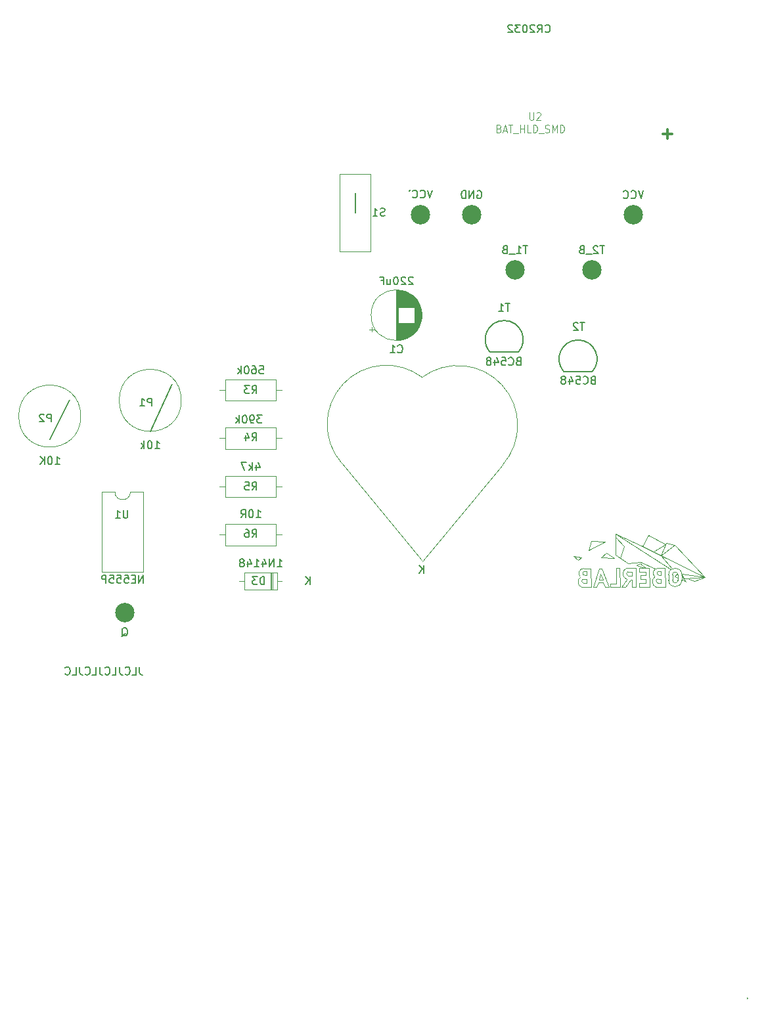
<source format=gbr>
%TF.GenerationSoftware,KiCad,Pcbnew,8.0.1*%
%TF.CreationDate,2024-04-02T10:44:00+02:00*%
%TF.ProjectId,Einhorn,45696e68-6f72-46e2-9e6b-696361645f70,rev?*%
%TF.SameCoordinates,Original*%
%TF.FileFunction,Legend,Bot*%
%TF.FilePolarity,Positive*%
%FSLAX46Y46*%
G04 Gerber Fmt 4.6, Leading zero omitted, Abs format (unit mm)*
G04 Created by KiCad (PCBNEW 8.0.1) date 2024-04-02 10:44:00*
%MOMM*%
%LPD*%
G01*
G04 APERTURE LIST*
%ADD10C,0.150000*%
%ADD11C,0.300000*%
%ADD12C,0.050000*%
%ADD13C,0.120000*%
%ADD14C,0.010000*%
%ADD15C,2.500000*%
G04 APERTURE END LIST*
D10*
X106886000Y-68400000D02*
G75*
G02*
X110562893Y-68426173I1850000J1610000D01*
G01*
X80020000Y-45386000D02*
X80020000Y-47926000D01*
X106886000Y-68400000D02*
X110556000Y-68420000D01*
X97366000Y-65890000D02*
G75*
G02*
X101042893Y-65916173I1850000J1610000D01*
G01*
X40650000Y-77136000D02*
X43190000Y-72056000D01*
X53604000Y-76122000D02*
X56398000Y-70024000D01*
X97366000Y-65890000D02*
X101036000Y-65910000D01*
X88854220Y-94414819D02*
X88854220Y-93414819D01*
X88282792Y-94414819D02*
X88711363Y-93843390D01*
X88282792Y-93414819D02*
X88854220Y-93986247D01*
X89986077Y-45017819D02*
X89652744Y-46017819D01*
X89652744Y-46017819D02*
X89319411Y-45017819D01*
X88414649Y-45922580D02*
X88462268Y-45970200D01*
X88462268Y-45970200D02*
X88605125Y-46017819D01*
X88605125Y-46017819D02*
X88700363Y-46017819D01*
X88700363Y-46017819D02*
X88843220Y-45970200D01*
X88843220Y-45970200D02*
X88938458Y-45874961D01*
X88938458Y-45874961D02*
X88986077Y-45779723D01*
X88986077Y-45779723D02*
X89033696Y-45589247D01*
X89033696Y-45589247D02*
X89033696Y-45446390D01*
X89033696Y-45446390D02*
X88986077Y-45255914D01*
X88986077Y-45255914D02*
X88938458Y-45160676D01*
X88938458Y-45160676D02*
X88843220Y-45065438D01*
X88843220Y-45065438D02*
X88700363Y-45017819D01*
X88700363Y-45017819D02*
X88605125Y-45017819D01*
X88605125Y-45017819D02*
X88462268Y-45065438D01*
X88462268Y-45065438D02*
X88414649Y-45113057D01*
X87414649Y-45922580D02*
X87462268Y-45970200D01*
X87462268Y-45970200D02*
X87605125Y-46017819D01*
X87605125Y-46017819D02*
X87700363Y-46017819D01*
X87700363Y-46017819D02*
X87843220Y-45970200D01*
X87843220Y-45970200D02*
X87938458Y-45874961D01*
X87938458Y-45874961D02*
X87986077Y-45779723D01*
X87986077Y-45779723D02*
X88033696Y-45589247D01*
X88033696Y-45589247D02*
X88033696Y-45446390D01*
X88033696Y-45446390D02*
X87986077Y-45255914D01*
X87986077Y-45255914D02*
X87938458Y-45160676D01*
X87938458Y-45160676D02*
X87843220Y-45065438D01*
X87843220Y-45065438D02*
X87700363Y-45017819D01*
X87700363Y-45017819D02*
X87605125Y-45017819D01*
X87605125Y-45017819D02*
X87462268Y-45065438D01*
X87462268Y-45065438D02*
X87414649Y-45113057D01*
X87128934Y-44970200D02*
X86986077Y-45113057D01*
X52227506Y-106499819D02*
X52227506Y-107214104D01*
X52227506Y-107214104D02*
X52275125Y-107356961D01*
X52275125Y-107356961D02*
X52370363Y-107452200D01*
X52370363Y-107452200D02*
X52513220Y-107499819D01*
X52513220Y-107499819D02*
X52608458Y-107499819D01*
X51275125Y-107499819D02*
X51751315Y-107499819D01*
X51751315Y-107499819D02*
X51751315Y-106499819D01*
X50370363Y-107404580D02*
X50417982Y-107452200D01*
X50417982Y-107452200D02*
X50560839Y-107499819D01*
X50560839Y-107499819D02*
X50656077Y-107499819D01*
X50656077Y-107499819D02*
X50798934Y-107452200D01*
X50798934Y-107452200D02*
X50894172Y-107356961D01*
X50894172Y-107356961D02*
X50941791Y-107261723D01*
X50941791Y-107261723D02*
X50989410Y-107071247D01*
X50989410Y-107071247D02*
X50989410Y-106928390D01*
X50989410Y-106928390D02*
X50941791Y-106737914D01*
X50941791Y-106737914D02*
X50894172Y-106642676D01*
X50894172Y-106642676D02*
X50798934Y-106547438D01*
X50798934Y-106547438D02*
X50656077Y-106499819D01*
X50656077Y-106499819D02*
X50560839Y-106499819D01*
X50560839Y-106499819D02*
X50417982Y-106547438D01*
X50417982Y-106547438D02*
X50370363Y-106595057D01*
X49656077Y-106499819D02*
X49656077Y-107214104D01*
X49656077Y-107214104D02*
X49703696Y-107356961D01*
X49703696Y-107356961D02*
X49798934Y-107452200D01*
X49798934Y-107452200D02*
X49941791Y-107499819D01*
X49941791Y-107499819D02*
X50037029Y-107499819D01*
X48703696Y-107499819D02*
X49179886Y-107499819D01*
X49179886Y-107499819D02*
X49179886Y-106499819D01*
X47798934Y-107404580D02*
X47846553Y-107452200D01*
X47846553Y-107452200D02*
X47989410Y-107499819D01*
X47989410Y-107499819D02*
X48084648Y-107499819D01*
X48084648Y-107499819D02*
X48227505Y-107452200D01*
X48227505Y-107452200D02*
X48322743Y-107356961D01*
X48322743Y-107356961D02*
X48370362Y-107261723D01*
X48370362Y-107261723D02*
X48417981Y-107071247D01*
X48417981Y-107071247D02*
X48417981Y-106928390D01*
X48417981Y-106928390D02*
X48370362Y-106737914D01*
X48370362Y-106737914D02*
X48322743Y-106642676D01*
X48322743Y-106642676D02*
X48227505Y-106547438D01*
X48227505Y-106547438D02*
X48084648Y-106499819D01*
X48084648Y-106499819D02*
X47989410Y-106499819D01*
X47989410Y-106499819D02*
X47846553Y-106547438D01*
X47846553Y-106547438D02*
X47798934Y-106595057D01*
X47084648Y-106499819D02*
X47084648Y-107214104D01*
X47084648Y-107214104D02*
X47132267Y-107356961D01*
X47132267Y-107356961D02*
X47227505Y-107452200D01*
X47227505Y-107452200D02*
X47370362Y-107499819D01*
X47370362Y-107499819D02*
X47465600Y-107499819D01*
X46132267Y-107499819D02*
X46608457Y-107499819D01*
X46608457Y-107499819D02*
X46608457Y-106499819D01*
X45227505Y-107404580D02*
X45275124Y-107452200D01*
X45275124Y-107452200D02*
X45417981Y-107499819D01*
X45417981Y-107499819D02*
X45513219Y-107499819D01*
X45513219Y-107499819D02*
X45656076Y-107452200D01*
X45656076Y-107452200D02*
X45751314Y-107356961D01*
X45751314Y-107356961D02*
X45798933Y-107261723D01*
X45798933Y-107261723D02*
X45846552Y-107071247D01*
X45846552Y-107071247D02*
X45846552Y-106928390D01*
X45846552Y-106928390D02*
X45798933Y-106737914D01*
X45798933Y-106737914D02*
X45751314Y-106642676D01*
X45751314Y-106642676D02*
X45656076Y-106547438D01*
X45656076Y-106547438D02*
X45513219Y-106499819D01*
X45513219Y-106499819D02*
X45417981Y-106499819D01*
X45417981Y-106499819D02*
X45275124Y-106547438D01*
X45275124Y-106547438D02*
X45227505Y-106595057D01*
X44513219Y-106499819D02*
X44513219Y-107214104D01*
X44513219Y-107214104D02*
X44560838Y-107356961D01*
X44560838Y-107356961D02*
X44656076Y-107452200D01*
X44656076Y-107452200D02*
X44798933Y-107499819D01*
X44798933Y-107499819D02*
X44894171Y-107499819D01*
X43560838Y-107499819D02*
X44037028Y-107499819D01*
X44037028Y-107499819D02*
X44037028Y-106499819D01*
X42656076Y-107404580D02*
X42703695Y-107452200D01*
X42703695Y-107452200D02*
X42846552Y-107499819D01*
X42846552Y-107499819D02*
X42941790Y-107499819D01*
X42941790Y-107499819D02*
X43084647Y-107452200D01*
X43084647Y-107452200D02*
X43179885Y-107356961D01*
X43179885Y-107356961D02*
X43227504Y-107261723D01*
X43227504Y-107261723D02*
X43275123Y-107071247D01*
X43275123Y-107071247D02*
X43275123Y-106928390D01*
X43275123Y-106928390D02*
X43227504Y-106737914D01*
X43227504Y-106737914D02*
X43179885Y-106642676D01*
X43179885Y-106642676D02*
X43084647Y-106547438D01*
X43084647Y-106547438D02*
X42941790Y-106499819D01*
X42941790Y-106499819D02*
X42846552Y-106499819D01*
X42846552Y-106499819D02*
X42703695Y-106547438D01*
X42703695Y-106547438D02*
X42656076Y-106595057D01*
X104511792Y-24586580D02*
X104559411Y-24634200D01*
X104559411Y-24634200D02*
X104702268Y-24681819D01*
X104702268Y-24681819D02*
X104797506Y-24681819D01*
X104797506Y-24681819D02*
X104940363Y-24634200D01*
X104940363Y-24634200D02*
X105035601Y-24538961D01*
X105035601Y-24538961D02*
X105083220Y-24443723D01*
X105083220Y-24443723D02*
X105130839Y-24253247D01*
X105130839Y-24253247D02*
X105130839Y-24110390D01*
X105130839Y-24110390D02*
X105083220Y-23919914D01*
X105083220Y-23919914D02*
X105035601Y-23824676D01*
X105035601Y-23824676D02*
X104940363Y-23729438D01*
X104940363Y-23729438D02*
X104797506Y-23681819D01*
X104797506Y-23681819D02*
X104702268Y-23681819D01*
X104702268Y-23681819D02*
X104559411Y-23729438D01*
X104559411Y-23729438D02*
X104511792Y-23777057D01*
X103511792Y-24681819D02*
X103845125Y-24205628D01*
X104083220Y-24681819D02*
X104083220Y-23681819D01*
X104083220Y-23681819D02*
X103702268Y-23681819D01*
X103702268Y-23681819D02*
X103607030Y-23729438D01*
X103607030Y-23729438D02*
X103559411Y-23777057D01*
X103559411Y-23777057D02*
X103511792Y-23872295D01*
X103511792Y-23872295D02*
X103511792Y-24015152D01*
X103511792Y-24015152D02*
X103559411Y-24110390D01*
X103559411Y-24110390D02*
X103607030Y-24158009D01*
X103607030Y-24158009D02*
X103702268Y-24205628D01*
X103702268Y-24205628D02*
X104083220Y-24205628D01*
X103130839Y-23777057D02*
X103083220Y-23729438D01*
X103083220Y-23729438D02*
X102987982Y-23681819D01*
X102987982Y-23681819D02*
X102749887Y-23681819D01*
X102749887Y-23681819D02*
X102654649Y-23729438D01*
X102654649Y-23729438D02*
X102607030Y-23777057D01*
X102607030Y-23777057D02*
X102559411Y-23872295D01*
X102559411Y-23872295D02*
X102559411Y-23967533D01*
X102559411Y-23967533D02*
X102607030Y-24110390D01*
X102607030Y-24110390D02*
X103178458Y-24681819D01*
X103178458Y-24681819D02*
X102559411Y-24681819D01*
X101940363Y-23681819D02*
X101845125Y-23681819D01*
X101845125Y-23681819D02*
X101749887Y-23729438D01*
X101749887Y-23729438D02*
X101702268Y-23777057D01*
X101702268Y-23777057D02*
X101654649Y-23872295D01*
X101654649Y-23872295D02*
X101607030Y-24062771D01*
X101607030Y-24062771D02*
X101607030Y-24300866D01*
X101607030Y-24300866D02*
X101654649Y-24491342D01*
X101654649Y-24491342D02*
X101702268Y-24586580D01*
X101702268Y-24586580D02*
X101749887Y-24634200D01*
X101749887Y-24634200D02*
X101845125Y-24681819D01*
X101845125Y-24681819D02*
X101940363Y-24681819D01*
X101940363Y-24681819D02*
X102035601Y-24634200D01*
X102035601Y-24634200D02*
X102083220Y-24586580D01*
X102083220Y-24586580D02*
X102130839Y-24491342D01*
X102130839Y-24491342D02*
X102178458Y-24300866D01*
X102178458Y-24300866D02*
X102178458Y-24062771D01*
X102178458Y-24062771D02*
X102130839Y-23872295D01*
X102130839Y-23872295D02*
X102083220Y-23777057D01*
X102083220Y-23777057D02*
X102035601Y-23729438D01*
X102035601Y-23729438D02*
X101940363Y-23681819D01*
X101273696Y-23681819D02*
X100654649Y-23681819D01*
X100654649Y-23681819D02*
X100987982Y-24062771D01*
X100987982Y-24062771D02*
X100845125Y-24062771D01*
X100845125Y-24062771D02*
X100749887Y-24110390D01*
X100749887Y-24110390D02*
X100702268Y-24158009D01*
X100702268Y-24158009D02*
X100654649Y-24253247D01*
X100654649Y-24253247D02*
X100654649Y-24491342D01*
X100654649Y-24491342D02*
X100702268Y-24586580D01*
X100702268Y-24586580D02*
X100749887Y-24634200D01*
X100749887Y-24634200D02*
X100845125Y-24681819D01*
X100845125Y-24681819D02*
X101130839Y-24681819D01*
X101130839Y-24681819D02*
X101226077Y-24634200D01*
X101226077Y-24634200D02*
X101273696Y-24586580D01*
X100273696Y-23777057D02*
X100226077Y-23729438D01*
X100226077Y-23729438D02*
X100130839Y-23681819D01*
X100130839Y-23681819D02*
X99892744Y-23681819D01*
X99892744Y-23681819D02*
X99797506Y-23729438D01*
X99797506Y-23729438D02*
X99749887Y-23777057D01*
X99749887Y-23777057D02*
X99702268Y-23872295D01*
X99702268Y-23872295D02*
X99702268Y-23967533D01*
X99702268Y-23967533D02*
X99749887Y-24110390D01*
X99749887Y-24110390D02*
X100321315Y-24681819D01*
X100321315Y-24681819D02*
X99702268Y-24681819D01*
D11*
X119690510Y-37757400D02*
X120833368Y-37757400D01*
X120261939Y-38328828D02*
X120261939Y-37185971D01*
D10*
X112142856Y-52206819D02*
X111571428Y-52206819D01*
X111857142Y-53206819D02*
X111857142Y-52206819D01*
X111285713Y-52302057D02*
X111238094Y-52254438D01*
X111238094Y-52254438D02*
X111142856Y-52206819D01*
X111142856Y-52206819D02*
X110904761Y-52206819D01*
X110904761Y-52206819D02*
X110809523Y-52254438D01*
X110809523Y-52254438D02*
X110761904Y-52302057D01*
X110761904Y-52302057D02*
X110714285Y-52397295D01*
X110714285Y-52397295D02*
X110714285Y-52492533D01*
X110714285Y-52492533D02*
X110761904Y-52635390D01*
X110761904Y-52635390D02*
X111333332Y-53206819D01*
X111333332Y-53206819D02*
X110714285Y-53206819D01*
X110523809Y-53302057D02*
X109761904Y-53302057D01*
X109190475Y-52683009D02*
X109047618Y-52730628D01*
X109047618Y-52730628D02*
X108999999Y-52778247D01*
X108999999Y-52778247D02*
X108952380Y-52873485D01*
X108952380Y-52873485D02*
X108952380Y-53016342D01*
X108952380Y-53016342D02*
X108999999Y-53111580D01*
X108999999Y-53111580D02*
X109047618Y-53159200D01*
X109047618Y-53159200D02*
X109142856Y-53206819D01*
X109142856Y-53206819D02*
X109523808Y-53206819D01*
X109523808Y-53206819D02*
X109523808Y-52206819D01*
X109523808Y-52206819D02*
X109190475Y-52206819D01*
X109190475Y-52206819D02*
X109095237Y-52254438D01*
X109095237Y-52254438D02*
X109047618Y-52302057D01*
X109047618Y-52302057D02*
X108999999Y-52397295D01*
X108999999Y-52397295D02*
X108999999Y-52492533D01*
X108999999Y-52492533D02*
X109047618Y-52587771D01*
X109047618Y-52587771D02*
X109095237Y-52635390D01*
X109095237Y-52635390D02*
X109190475Y-52683009D01*
X109190475Y-52683009D02*
X109523808Y-52683009D01*
X95767904Y-45142438D02*
X95863142Y-45094819D01*
X95863142Y-45094819D02*
X96005999Y-45094819D01*
X96005999Y-45094819D02*
X96148856Y-45142438D01*
X96148856Y-45142438D02*
X96244094Y-45237676D01*
X96244094Y-45237676D02*
X96291713Y-45332914D01*
X96291713Y-45332914D02*
X96339332Y-45523390D01*
X96339332Y-45523390D02*
X96339332Y-45666247D01*
X96339332Y-45666247D02*
X96291713Y-45856723D01*
X96291713Y-45856723D02*
X96244094Y-45951961D01*
X96244094Y-45951961D02*
X96148856Y-46047200D01*
X96148856Y-46047200D02*
X96005999Y-46094819D01*
X96005999Y-46094819D02*
X95910761Y-46094819D01*
X95910761Y-46094819D02*
X95767904Y-46047200D01*
X95767904Y-46047200D02*
X95720285Y-45999580D01*
X95720285Y-45999580D02*
X95720285Y-45666247D01*
X95720285Y-45666247D02*
X95910761Y-45666247D01*
X95291713Y-46094819D02*
X95291713Y-45094819D01*
X95291713Y-45094819D02*
X94720285Y-46094819D01*
X94720285Y-46094819D02*
X94720285Y-45094819D01*
X94244094Y-46094819D02*
X94244094Y-45094819D01*
X94244094Y-45094819D02*
X94005999Y-45094819D01*
X94005999Y-45094819D02*
X93863142Y-45142438D01*
X93863142Y-45142438D02*
X93767904Y-45237676D01*
X93767904Y-45237676D02*
X93720285Y-45332914D01*
X93720285Y-45332914D02*
X93672666Y-45523390D01*
X93672666Y-45523390D02*
X93672666Y-45666247D01*
X93672666Y-45666247D02*
X93720285Y-45856723D01*
X93720285Y-45856723D02*
X93767904Y-45951961D01*
X93767904Y-45951961D02*
X93863142Y-46047200D01*
X93863142Y-46047200D02*
X94005999Y-46094819D01*
X94005999Y-46094819D02*
X94244094Y-46094819D01*
D12*
X102494285Y-34994019D02*
X102494285Y-35803542D01*
X102494285Y-35803542D02*
X102537142Y-35898780D01*
X102537142Y-35898780D02*
X102580000Y-35946400D01*
X102580000Y-35946400D02*
X102665714Y-35994019D01*
X102665714Y-35994019D02*
X102837142Y-35994019D01*
X102837142Y-35994019D02*
X102922857Y-35946400D01*
X102922857Y-35946400D02*
X102965714Y-35898780D01*
X102965714Y-35898780D02*
X103008571Y-35803542D01*
X103008571Y-35803542D02*
X103008571Y-34994019D01*
X103394285Y-35089257D02*
X103437142Y-35041638D01*
X103437142Y-35041638D02*
X103522857Y-34994019D01*
X103522857Y-34994019D02*
X103737142Y-34994019D01*
X103737142Y-34994019D02*
X103822857Y-35041638D01*
X103822857Y-35041638D02*
X103865714Y-35089257D01*
X103865714Y-35089257D02*
X103908571Y-35184495D01*
X103908571Y-35184495D02*
X103908571Y-35279733D01*
X103908571Y-35279733D02*
X103865714Y-35422590D01*
X103865714Y-35422590D02*
X103351428Y-35994019D01*
X103351428Y-35994019D02*
X103908571Y-35994019D01*
X98551429Y-37070209D02*
X98680001Y-37117828D01*
X98680001Y-37117828D02*
X98722858Y-37165447D01*
X98722858Y-37165447D02*
X98765715Y-37260685D01*
X98765715Y-37260685D02*
X98765715Y-37403542D01*
X98765715Y-37403542D02*
X98722858Y-37498780D01*
X98722858Y-37498780D02*
X98680001Y-37546400D01*
X98680001Y-37546400D02*
X98594286Y-37594019D01*
X98594286Y-37594019D02*
X98251429Y-37594019D01*
X98251429Y-37594019D02*
X98251429Y-36594019D01*
X98251429Y-36594019D02*
X98551429Y-36594019D01*
X98551429Y-36594019D02*
X98637144Y-36641638D01*
X98637144Y-36641638D02*
X98680001Y-36689257D01*
X98680001Y-36689257D02*
X98722858Y-36784495D01*
X98722858Y-36784495D02*
X98722858Y-36879733D01*
X98722858Y-36879733D02*
X98680001Y-36974971D01*
X98680001Y-36974971D02*
X98637144Y-37022590D01*
X98637144Y-37022590D02*
X98551429Y-37070209D01*
X98551429Y-37070209D02*
X98251429Y-37070209D01*
X99108572Y-37308304D02*
X99537144Y-37308304D01*
X99022858Y-37594019D02*
X99322858Y-36594019D01*
X99322858Y-36594019D02*
X99622858Y-37594019D01*
X99794287Y-36594019D02*
X100308573Y-36594019D01*
X100051430Y-37594019D02*
X100051430Y-36594019D01*
X100394287Y-37689257D02*
X101080001Y-37689257D01*
X101294286Y-37594019D02*
X101294286Y-36594019D01*
X101294286Y-37070209D02*
X101808572Y-37070209D01*
X101808572Y-37594019D02*
X101808572Y-36594019D01*
X102665715Y-37594019D02*
X102237143Y-37594019D01*
X102237143Y-37594019D02*
X102237143Y-36594019D01*
X102965714Y-37594019D02*
X102965714Y-36594019D01*
X102965714Y-36594019D02*
X103180000Y-36594019D01*
X103180000Y-36594019D02*
X103308571Y-36641638D01*
X103308571Y-36641638D02*
X103394286Y-36736876D01*
X103394286Y-36736876D02*
X103437143Y-36832114D01*
X103437143Y-36832114D02*
X103480000Y-37022590D01*
X103480000Y-37022590D02*
X103480000Y-37165447D01*
X103480000Y-37165447D02*
X103437143Y-37355923D01*
X103437143Y-37355923D02*
X103394286Y-37451161D01*
X103394286Y-37451161D02*
X103308571Y-37546400D01*
X103308571Y-37546400D02*
X103180000Y-37594019D01*
X103180000Y-37594019D02*
X102965714Y-37594019D01*
X103651429Y-37689257D02*
X104337143Y-37689257D01*
X104508571Y-37546400D02*
X104637143Y-37594019D01*
X104637143Y-37594019D02*
X104851428Y-37594019D01*
X104851428Y-37594019D02*
X104937143Y-37546400D01*
X104937143Y-37546400D02*
X104980000Y-37498780D01*
X104980000Y-37498780D02*
X105022857Y-37403542D01*
X105022857Y-37403542D02*
X105022857Y-37308304D01*
X105022857Y-37308304D02*
X104980000Y-37213066D01*
X104980000Y-37213066D02*
X104937143Y-37165447D01*
X104937143Y-37165447D02*
X104851428Y-37117828D01*
X104851428Y-37117828D02*
X104680000Y-37070209D01*
X104680000Y-37070209D02*
X104594285Y-37022590D01*
X104594285Y-37022590D02*
X104551428Y-36974971D01*
X104551428Y-36974971D02*
X104508571Y-36879733D01*
X104508571Y-36879733D02*
X104508571Y-36784495D01*
X104508571Y-36784495D02*
X104551428Y-36689257D01*
X104551428Y-36689257D02*
X104594285Y-36641638D01*
X104594285Y-36641638D02*
X104680000Y-36594019D01*
X104680000Y-36594019D02*
X104894285Y-36594019D01*
X104894285Y-36594019D02*
X105022857Y-36641638D01*
X105408571Y-37594019D02*
X105408571Y-36594019D01*
X105408571Y-36594019D02*
X105708571Y-37308304D01*
X105708571Y-37308304D02*
X106008571Y-36594019D01*
X106008571Y-36594019D02*
X106008571Y-37594019D01*
X106437142Y-37594019D02*
X106437142Y-36594019D01*
X106437142Y-36594019D02*
X106651428Y-36594019D01*
X106651428Y-36594019D02*
X106779999Y-36641638D01*
X106779999Y-36641638D02*
X106865714Y-36736876D01*
X106865714Y-36736876D02*
X106908571Y-36832114D01*
X106908571Y-36832114D02*
X106951428Y-37022590D01*
X106951428Y-37022590D02*
X106951428Y-37165447D01*
X106951428Y-37165447D02*
X106908571Y-37355923D01*
X106908571Y-37355923D02*
X106865714Y-37451161D01*
X106865714Y-37451161D02*
X106779999Y-37546400D01*
X106779999Y-37546400D02*
X106651428Y-37594019D01*
X106651428Y-37594019D02*
X106437142Y-37594019D01*
D10*
X109567904Y-62094819D02*
X108996476Y-62094819D01*
X109282190Y-63094819D02*
X109282190Y-62094819D01*
X108710761Y-62190057D02*
X108663142Y-62142438D01*
X108663142Y-62142438D02*
X108567904Y-62094819D01*
X108567904Y-62094819D02*
X108329809Y-62094819D01*
X108329809Y-62094819D02*
X108234571Y-62142438D01*
X108234571Y-62142438D02*
X108186952Y-62190057D01*
X108186952Y-62190057D02*
X108139333Y-62285295D01*
X108139333Y-62285295D02*
X108139333Y-62380533D01*
X108139333Y-62380533D02*
X108186952Y-62523390D01*
X108186952Y-62523390D02*
X108758380Y-63094819D01*
X108758380Y-63094819D02*
X108139333Y-63094819D01*
X110653142Y-69511009D02*
X110510285Y-69558628D01*
X110510285Y-69558628D02*
X110462666Y-69606247D01*
X110462666Y-69606247D02*
X110415047Y-69701485D01*
X110415047Y-69701485D02*
X110415047Y-69844342D01*
X110415047Y-69844342D02*
X110462666Y-69939580D01*
X110462666Y-69939580D02*
X110510285Y-69987200D01*
X110510285Y-69987200D02*
X110605523Y-70034819D01*
X110605523Y-70034819D02*
X110986475Y-70034819D01*
X110986475Y-70034819D02*
X110986475Y-69034819D01*
X110986475Y-69034819D02*
X110653142Y-69034819D01*
X110653142Y-69034819D02*
X110557904Y-69082438D01*
X110557904Y-69082438D02*
X110510285Y-69130057D01*
X110510285Y-69130057D02*
X110462666Y-69225295D01*
X110462666Y-69225295D02*
X110462666Y-69320533D01*
X110462666Y-69320533D02*
X110510285Y-69415771D01*
X110510285Y-69415771D02*
X110557904Y-69463390D01*
X110557904Y-69463390D02*
X110653142Y-69511009D01*
X110653142Y-69511009D02*
X110986475Y-69511009D01*
X109415047Y-69939580D02*
X109462666Y-69987200D01*
X109462666Y-69987200D02*
X109605523Y-70034819D01*
X109605523Y-70034819D02*
X109700761Y-70034819D01*
X109700761Y-70034819D02*
X109843618Y-69987200D01*
X109843618Y-69987200D02*
X109938856Y-69891961D01*
X109938856Y-69891961D02*
X109986475Y-69796723D01*
X109986475Y-69796723D02*
X110034094Y-69606247D01*
X110034094Y-69606247D02*
X110034094Y-69463390D01*
X110034094Y-69463390D02*
X109986475Y-69272914D01*
X109986475Y-69272914D02*
X109938856Y-69177676D01*
X109938856Y-69177676D02*
X109843618Y-69082438D01*
X109843618Y-69082438D02*
X109700761Y-69034819D01*
X109700761Y-69034819D02*
X109605523Y-69034819D01*
X109605523Y-69034819D02*
X109462666Y-69082438D01*
X109462666Y-69082438D02*
X109415047Y-69130057D01*
X108510285Y-69034819D02*
X108986475Y-69034819D01*
X108986475Y-69034819D02*
X109034094Y-69511009D01*
X109034094Y-69511009D02*
X108986475Y-69463390D01*
X108986475Y-69463390D02*
X108891237Y-69415771D01*
X108891237Y-69415771D02*
X108653142Y-69415771D01*
X108653142Y-69415771D02*
X108557904Y-69463390D01*
X108557904Y-69463390D02*
X108510285Y-69511009D01*
X108510285Y-69511009D02*
X108462666Y-69606247D01*
X108462666Y-69606247D02*
X108462666Y-69844342D01*
X108462666Y-69844342D02*
X108510285Y-69939580D01*
X108510285Y-69939580D02*
X108557904Y-69987200D01*
X108557904Y-69987200D02*
X108653142Y-70034819D01*
X108653142Y-70034819D02*
X108891237Y-70034819D01*
X108891237Y-70034819D02*
X108986475Y-69987200D01*
X108986475Y-69987200D02*
X109034094Y-69939580D01*
X107605523Y-69368152D02*
X107605523Y-70034819D01*
X107843618Y-68987200D02*
X108081713Y-69701485D01*
X108081713Y-69701485D02*
X107462666Y-69701485D01*
X106938856Y-69463390D02*
X107034094Y-69415771D01*
X107034094Y-69415771D02*
X107081713Y-69368152D01*
X107081713Y-69368152D02*
X107129332Y-69272914D01*
X107129332Y-69272914D02*
X107129332Y-69225295D01*
X107129332Y-69225295D02*
X107081713Y-69130057D01*
X107081713Y-69130057D02*
X107034094Y-69082438D01*
X107034094Y-69082438D02*
X106938856Y-69034819D01*
X106938856Y-69034819D02*
X106748380Y-69034819D01*
X106748380Y-69034819D02*
X106653142Y-69082438D01*
X106653142Y-69082438D02*
X106605523Y-69130057D01*
X106605523Y-69130057D02*
X106557904Y-69225295D01*
X106557904Y-69225295D02*
X106557904Y-69272914D01*
X106557904Y-69272914D02*
X106605523Y-69368152D01*
X106605523Y-69368152D02*
X106653142Y-69415771D01*
X106653142Y-69415771D02*
X106748380Y-69463390D01*
X106748380Y-69463390D02*
X106938856Y-69463390D01*
X106938856Y-69463390D02*
X107034094Y-69511009D01*
X107034094Y-69511009D02*
X107081713Y-69558628D01*
X107081713Y-69558628D02*
X107129332Y-69653866D01*
X107129332Y-69653866D02*
X107129332Y-69844342D01*
X107129332Y-69844342D02*
X107081713Y-69939580D01*
X107081713Y-69939580D02*
X107034094Y-69987200D01*
X107034094Y-69987200D02*
X106938856Y-70034819D01*
X106938856Y-70034819D02*
X106748380Y-70034819D01*
X106748380Y-70034819D02*
X106653142Y-69987200D01*
X106653142Y-69987200D02*
X106605523Y-69939580D01*
X106605523Y-69939580D02*
X106557904Y-69844342D01*
X106557904Y-69844342D02*
X106557904Y-69653866D01*
X106557904Y-69653866D02*
X106605523Y-69558628D01*
X106605523Y-69558628D02*
X106653142Y-69511009D01*
X106653142Y-69511009D02*
X106748380Y-69463390D01*
X99957904Y-59654819D02*
X99386476Y-59654819D01*
X99672190Y-60654819D02*
X99672190Y-59654819D01*
X98529333Y-60654819D02*
X99100761Y-60654819D01*
X98815047Y-60654819D02*
X98815047Y-59654819D01*
X98815047Y-59654819D02*
X98910285Y-59797676D01*
X98910285Y-59797676D02*
X99005523Y-59892914D01*
X99005523Y-59892914D02*
X99100761Y-59940533D01*
X101043142Y-67071009D02*
X100900285Y-67118628D01*
X100900285Y-67118628D02*
X100852666Y-67166247D01*
X100852666Y-67166247D02*
X100805047Y-67261485D01*
X100805047Y-67261485D02*
X100805047Y-67404342D01*
X100805047Y-67404342D02*
X100852666Y-67499580D01*
X100852666Y-67499580D02*
X100900285Y-67547200D01*
X100900285Y-67547200D02*
X100995523Y-67594819D01*
X100995523Y-67594819D02*
X101376475Y-67594819D01*
X101376475Y-67594819D02*
X101376475Y-66594819D01*
X101376475Y-66594819D02*
X101043142Y-66594819D01*
X101043142Y-66594819D02*
X100947904Y-66642438D01*
X100947904Y-66642438D02*
X100900285Y-66690057D01*
X100900285Y-66690057D02*
X100852666Y-66785295D01*
X100852666Y-66785295D02*
X100852666Y-66880533D01*
X100852666Y-66880533D02*
X100900285Y-66975771D01*
X100900285Y-66975771D02*
X100947904Y-67023390D01*
X100947904Y-67023390D02*
X101043142Y-67071009D01*
X101043142Y-67071009D02*
X101376475Y-67071009D01*
X99805047Y-67499580D02*
X99852666Y-67547200D01*
X99852666Y-67547200D02*
X99995523Y-67594819D01*
X99995523Y-67594819D02*
X100090761Y-67594819D01*
X100090761Y-67594819D02*
X100233618Y-67547200D01*
X100233618Y-67547200D02*
X100328856Y-67451961D01*
X100328856Y-67451961D02*
X100376475Y-67356723D01*
X100376475Y-67356723D02*
X100424094Y-67166247D01*
X100424094Y-67166247D02*
X100424094Y-67023390D01*
X100424094Y-67023390D02*
X100376475Y-66832914D01*
X100376475Y-66832914D02*
X100328856Y-66737676D01*
X100328856Y-66737676D02*
X100233618Y-66642438D01*
X100233618Y-66642438D02*
X100090761Y-66594819D01*
X100090761Y-66594819D02*
X99995523Y-66594819D01*
X99995523Y-66594819D02*
X99852666Y-66642438D01*
X99852666Y-66642438D02*
X99805047Y-66690057D01*
X98900285Y-66594819D02*
X99376475Y-66594819D01*
X99376475Y-66594819D02*
X99424094Y-67071009D01*
X99424094Y-67071009D02*
X99376475Y-67023390D01*
X99376475Y-67023390D02*
X99281237Y-66975771D01*
X99281237Y-66975771D02*
X99043142Y-66975771D01*
X99043142Y-66975771D02*
X98947904Y-67023390D01*
X98947904Y-67023390D02*
X98900285Y-67071009D01*
X98900285Y-67071009D02*
X98852666Y-67166247D01*
X98852666Y-67166247D02*
X98852666Y-67404342D01*
X98852666Y-67404342D02*
X98900285Y-67499580D01*
X98900285Y-67499580D02*
X98947904Y-67547200D01*
X98947904Y-67547200D02*
X99043142Y-67594819D01*
X99043142Y-67594819D02*
X99281237Y-67594819D01*
X99281237Y-67594819D02*
X99376475Y-67547200D01*
X99376475Y-67547200D02*
X99424094Y-67499580D01*
X97995523Y-66928152D02*
X97995523Y-67594819D01*
X98233618Y-66547200D02*
X98471713Y-67261485D01*
X98471713Y-67261485D02*
X97852666Y-67261485D01*
X97328856Y-67023390D02*
X97424094Y-66975771D01*
X97424094Y-66975771D02*
X97471713Y-66928152D01*
X97471713Y-66928152D02*
X97519332Y-66832914D01*
X97519332Y-66832914D02*
X97519332Y-66785295D01*
X97519332Y-66785295D02*
X97471713Y-66690057D01*
X97471713Y-66690057D02*
X97424094Y-66642438D01*
X97424094Y-66642438D02*
X97328856Y-66594819D01*
X97328856Y-66594819D02*
X97138380Y-66594819D01*
X97138380Y-66594819D02*
X97043142Y-66642438D01*
X97043142Y-66642438D02*
X96995523Y-66690057D01*
X96995523Y-66690057D02*
X96947904Y-66785295D01*
X96947904Y-66785295D02*
X96947904Y-66832914D01*
X96947904Y-66832914D02*
X96995523Y-66928152D01*
X96995523Y-66928152D02*
X97043142Y-66975771D01*
X97043142Y-66975771D02*
X97138380Y-67023390D01*
X97138380Y-67023390D02*
X97328856Y-67023390D01*
X97328856Y-67023390D02*
X97424094Y-67071009D01*
X97424094Y-67071009D02*
X97471713Y-67118628D01*
X97471713Y-67118628D02*
X97519332Y-67213866D01*
X97519332Y-67213866D02*
X97519332Y-67404342D01*
X97519332Y-67404342D02*
X97471713Y-67499580D01*
X97471713Y-67499580D02*
X97424094Y-67547200D01*
X97424094Y-67547200D02*
X97328856Y-67594819D01*
X97328856Y-67594819D02*
X97138380Y-67594819D01*
X97138380Y-67594819D02*
X97043142Y-67547200D01*
X97043142Y-67547200D02*
X96995523Y-67499580D01*
X96995523Y-67499580D02*
X96947904Y-67404342D01*
X96947904Y-67404342D02*
X96947904Y-67213866D01*
X96947904Y-67213866D02*
X96995523Y-67118628D01*
X96995523Y-67118628D02*
X97043142Y-67071009D01*
X97043142Y-67071009D02*
X97138380Y-67023390D01*
X102236856Y-52206819D02*
X101665428Y-52206819D01*
X101951142Y-53206819D02*
X101951142Y-52206819D01*
X100808285Y-53206819D02*
X101379713Y-53206819D01*
X101093999Y-53206819D02*
X101093999Y-52206819D01*
X101093999Y-52206819D02*
X101189237Y-52349676D01*
X101189237Y-52349676D02*
X101284475Y-52444914D01*
X101284475Y-52444914D02*
X101379713Y-52492533D01*
X100617809Y-53302057D02*
X99855904Y-53302057D01*
X99284475Y-52683009D02*
X99141618Y-52730628D01*
X99141618Y-52730628D02*
X99093999Y-52778247D01*
X99093999Y-52778247D02*
X99046380Y-52873485D01*
X99046380Y-52873485D02*
X99046380Y-53016342D01*
X99046380Y-53016342D02*
X99093999Y-53111580D01*
X99093999Y-53111580D02*
X99141618Y-53159200D01*
X99141618Y-53159200D02*
X99236856Y-53206819D01*
X99236856Y-53206819D02*
X99617808Y-53206819D01*
X99617808Y-53206819D02*
X99617808Y-52206819D01*
X99617808Y-52206819D02*
X99284475Y-52206819D01*
X99284475Y-52206819D02*
X99189237Y-52254438D01*
X99189237Y-52254438D02*
X99141618Y-52302057D01*
X99141618Y-52302057D02*
X99093999Y-52397295D01*
X99093999Y-52397295D02*
X99093999Y-52492533D01*
X99093999Y-52492533D02*
X99141618Y-52587771D01*
X99141618Y-52587771D02*
X99189237Y-52635390D01*
X99189237Y-52635390D02*
X99284475Y-52683009D01*
X99284475Y-52683009D02*
X99617808Y-52683009D01*
X49921047Y-102578057D02*
X50016285Y-102530438D01*
X50016285Y-102530438D02*
X50111523Y-102435200D01*
X50111523Y-102435200D02*
X50254380Y-102292342D01*
X50254380Y-102292342D02*
X50349618Y-102244723D01*
X50349618Y-102244723D02*
X50444856Y-102244723D01*
X50397237Y-102482819D02*
X50492475Y-102435200D01*
X50492475Y-102435200D02*
X50587713Y-102339961D01*
X50587713Y-102339961D02*
X50635332Y-102149485D01*
X50635332Y-102149485D02*
X50635332Y-101816152D01*
X50635332Y-101816152D02*
X50587713Y-101625676D01*
X50587713Y-101625676D02*
X50492475Y-101530438D01*
X50492475Y-101530438D02*
X50397237Y-101482819D01*
X50397237Y-101482819D02*
X50206761Y-101482819D01*
X50206761Y-101482819D02*
X50111523Y-101530438D01*
X50111523Y-101530438D02*
X50016285Y-101625676D01*
X50016285Y-101625676D02*
X49968666Y-101816152D01*
X49968666Y-101816152D02*
X49968666Y-102149485D01*
X49968666Y-102149485D02*
X50016285Y-102339961D01*
X50016285Y-102339961D02*
X50111523Y-102435200D01*
X50111523Y-102435200D02*
X50206761Y-102482819D01*
X50206761Y-102482819D02*
X50397237Y-102482819D01*
X117167332Y-45094819D02*
X116833999Y-46094819D01*
X116833999Y-46094819D02*
X116500666Y-45094819D01*
X115595904Y-45999580D02*
X115643523Y-46047200D01*
X115643523Y-46047200D02*
X115786380Y-46094819D01*
X115786380Y-46094819D02*
X115881618Y-46094819D01*
X115881618Y-46094819D02*
X116024475Y-46047200D01*
X116024475Y-46047200D02*
X116119713Y-45951961D01*
X116119713Y-45951961D02*
X116167332Y-45856723D01*
X116167332Y-45856723D02*
X116214951Y-45666247D01*
X116214951Y-45666247D02*
X116214951Y-45523390D01*
X116214951Y-45523390D02*
X116167332Y-45332914D01*
X116167332Y-45332914D02*
X116119713Y-45237676D01*
X116119713Y-45237676D02*
X116024475Y-45142438D01*
X116024475Y-45142438D02*
X115881618Y-45094819D01*
X115881618Y-45094819D02*
X115786380Y-45094819D01*
X115786380Y-45094819D02*
X115643523Y-45142438D01*
X115643523Y-45142438D02*
X115595904Y-45190057D01*
X114595904Y-45999580D02*
X114643523Y-46047200D01*
X114643523Y-46047200D02*
X114786380Y-46094819D01*
X114786380Y-46094819D02*
X114881618Y-46094819D01*
X114881618Y-46094819D02*
X115024475Y-46047200D01*
X115024475Y-46047200D02*
X115119713Y-45951961D01*
X115119713Y-45951961D02*
X115167332Y-45856723D01*
X115167332Y-45856723D02*
X115214951Y-45666247D01*
X115214951Y-45666247D02*
X115214951Y-45523390D01*
X115214951Y-45523390D02*
X115167332Y-45332914D01*
X115167332Y-45332914D02*
X115119713Y-45237676D01*
X115119713Y-45237676D02*
X115024475Y-45142438D01*
X115024475Y-45142438D02*
X114881618Y-45094819D01*
X114881618Y-45094819D02*
X114786380Y-45094819D01*
X114786380Y-45094819D02*
X114643523Y-45142438D01*
X114643523Y-45142438D02*
X114595904Y-45190057D01*
X85500666Y-65893580D02*
X85548285Y-65941200D01*
X85548285Y-65941200D02*
X85691142Y-65988819D01*
X85691142Y-65988819D02*
X85786380Y-65988819D01*
X85786380Y-65988819D02*
X85929237Y-65941200D01*
X85929237Y-65941200D02*
X86024475Y-65845961D01*
X86024475Y-65845961D02*
X86072094Y-65750723D01*
X86072094Y-65750723D02*
X86119713Y-65560247D01*
X86119713Y-65560247D02*
X86119713Y-65417390D01*
X86119713Y-65417390D02*
X86072094Y-65226914D01*
X86072094Y-65226914D02*
X86024475Y-65131676D01*
X86024475Y-65131676D02*
X85929237Y-65036438D01*
X85929237Y-65036438D02*
X85786380Y-64988819D01*
X85786380Y-64988819D02*
X85691142Y-64988819D01*
X85691142Y-64988819D02*
X85548285Y-65036438D01*
X85548285Y-65036438D02*
X85500666Y-65084057D01*
X84548285Y-65988819D02*
X85119713Y-65988819D01*
X84833999Y-65988819D02*
X84833999Y-64988819D01*
X84833999Y-64988819D02*
X84929237Y-65131676D01*
X84929237Y-65131676D02*
X85024475Y-65226914D01*
X85024475Y-65226914D02*
X85119713Y-65274533D01*
X87453047Y-56284057D02*
X87405428Y-56236438D01*
X87405428Y-56236438D02*
X87310190Y-56188819D01*
X87310190Y-56188819D02*
X87072095Y-56188819D01*
X87072095Y-56188819D02*
X86976857Y-56236438D01*
X86976857Y-56236438D02*
X86929238Y-56284057D01*
X86929238Y-56284057D02*
X86881619Y-56379295D01*
X86881619Y-56379295D02*
X86881619Y-56474533D01*
X86881619Y-56474533D02*
X86929238Y-56617390D01*
X86929238Y-56617390D02*
X87500666Y-57188819D01*
X87500666Y-57188819D02*
X86881619Y-57188819D01*
X86500666Y-56284057D02*
X86453047Y-56236438D01*
X86453047Y-56236438D02*
X86357809Y-56188819D01*
X86357809Y-56188819D02*
X86119714Y-56188819D01*
X86119714Y-56188819D02*
X86024476Y-56236438D01*
X86024476Y-56236438D02*
X85976857Y-56284057D01*
X85976857Y-56284057D02*
X85929238Y-56379295D01*
X85929238Y-56379295D02*
X85929238Y-56474533D01*
X85929238Y-56474533D02*
X85976857Y-56617390D01*
X85976857Y-56617390D02*
X86548285Y-57188819D01*
X86548285Y-57188819D02*
X85929238Y-57188819D01*
X85310190Y-56188819D02*
X85214952Y-56188819D01*
X85214952Y-56188819D02*
X85119714Y-56236438D01*
X85119714Y-56236438D02*
X85072095Y-56284057D01*
X85072095Y-56284057D02*
X85024476Y-56379295D01*
X85024476Y-56379295D02*
X84976857Y-56569771D01*
X84976857Y-56569771D02*
X84976857Y-56807866D01*
X84976857Y-56807866D02*
X85024476Y-56998342D01*
X85024476Y-56998342D02*
X85072095Y-57093580D01*
X85072095Y-57093580D02*
X85119714Y-57141200D01*
X85119714Y-57141200D02*
X85214952Y-57188819D01*
X85214952Y-57188819D02*
X85310190Y-57188819D01*
X85310190Y-57188819D02*
X85405428Y-57141200D01*
X85405428Y-57141200D02*
X85453047Y-57093580D01*
X85453047Y-57093580D02*
X85500666Y-56998342D01*
X85500666Y-56998342D02*
X85548285Y-56807866D01*
X85548285Y-56807866D02*
X85548285Y-56569771D01*
X85548285Y-56569771D02*
X85500666Y-56379295D01*
X85500666Y-56379295D02*
X85453047Y-56284057D01*
X85453047Y-56284057D02*
X85405428Y-56236438D01*
X85405428Y-56236438D02*
X85310190Y-56188819D01*
X84119714Y-56522152D02*
X84119714Y-57188819D01*
X84548285Y-56522152D02*
X84548285Y-57045961D01*
X84548285Y-57045961D02*
X84500666Y-57141200D01*
X84500666Y-57141200D02*
X84405428Y-57188819D01*
X84405428Y-57188819D02*
X84262571Y-57188819D01*
X84262571Y-57188819D02*
X84167333Y-57141200D01*
X84167333Y-57141200D02*
X84119714Y-57093580D01*
X83310190Y-56665009D02*
X83643523Y-56665009D01*
X83643523Y-57188819D02*
X83643523Y-56188819D01*
X83643523Y-56188819D02*
X83167333Y-56188819D01*
X53802094Y-72866819D02*
X53802094Y-71866819D01*
X53802094Y-71866819D02*
X53421142Y-71866819D01*
X53421142Y-71866819D02*
X53325904Y-71914438D01*
X53325904Y-71914438D02*
X53278285Y-71962057D01*
X53278285Y-71962057D02*
X53230666Y-72057295D01*
X53230666Y-72057295D02*
X53230666Y-72200152D01*
X53230666Y-72200152D02*
X53278285Y-72295390D01*
X53278285Y-72295390D02*
X53325904Y-72343009D01*
X53325904Y-72343009D02*
X53421142Y-72390628D01*
X53421142Y-72390628D02*
X53802094Y-72390628D01*
X52278285Y-72866819D02*
X52849713Y-72866819D01*
X52563999Y-72866819D02*
X52563999Y-71866819D01*
X52563999Y-71866819D02*
X52659237Y-72009676D01*
X52659237Y-72009676D02*
X52754475Y-72104914D01*
X52754475Y-72104914D02*
X52849713Y-72152533D01*
X54199238Y-78352819D02*
X54770666Y-78352819D01*
X54484952Y-78352819D02*
X54484952Y-77352819D01*
X54484952Y-77352819D02*
X54580190Y-77495676D01*
X54580190Y-77495676D02*
X54675428Y-77590914D01*
X54675428Y-77590914D02*
X54770666Y-77638533D01*
X53580190Y-77352819D02*
X53484952Y-77352819D01*
X53484952Y-77352819D02*
X53389714Y-77400438D01*
X53389714Y-77400438D02*
X53342095Y-77448057D01*
X53342095Y-77448057D02*
X53294476Y-77543295D01*
X53294476Y-77543295D02*
X53246857Y-77733771D01*
X53246857Y-77733771D02*
X53246857Y-77971866D01*
X53246857Y-77971866D02*
X53294476Y-78162342D01*
X53294476Y-78162342D02*
X53342095Y-78257580D01*
X53342095Y-78257580D02*
X53389714Y-78305200D01*
X53389714Y-78305200D02*
X53484952Y-78352819D01*
X53484952Y-78352819D02*
X53580190Y-78352819D01*
X53580190Y-78352819D02*
X53675428Y-78305200D01*
X53675428Y-78305200D02*
X53723047Y-78257580D01*
X53723047Y-78257580D02*
X53770666Y-78162342D01*
X53770666Y-78162342D02*
X53818285Y-77971866D01*
X53818285Y-77971866D02*
X53818285Y-77733771D01*
X53818285Y-77733771D02*
X53770666Y-77543295D01*
X53770666Y-77543295D02*
X53723047Y-77448057D01*
X53723047Y-77448057D02*
X53675428Y-77400438D01*
X53675428Y-77400438D02*
X53580190Y-77352819D01*
X52818285Y-78352819D02*
X52818285Y-77352819D01*
X52723047Y-77971866D02*
X52437333Y-78352819D01*
X52437333Y-77686152D02*
X52818285Y-78067104D01*
X68312094Y-95878819D02*
X68312094Y-94878819D01*
X68312094Y-94878819D02*
X68073999Y-94878819D01*
X68073999Y-94878819D02*
X67931142Y-94926438D01*
X67931142Y-94926438D02*
X67835904Y-95021676D01*
X67835904Y-95021676D02*
X67788285Y-95116914D01*
X67788285Y-95116914D02*
X67740666Y-95307390D01*
X67740666Y-95307390D02*
X67740666Y-95450247D01*
X67740666Y-95450247D02*
X67788285Y-95640723D01*
X67788285Y-95640723D02*
X67835904Y-95735961D01*
X67835904Y-95735961D02*
X67931142Y-95831200D01*
X67931142Y-95831200D02*
X68073999Y-95878819D01*
X68073999Y-95878819D02*
X68312094Y-95878819D01*
X67407332Y-94878819D02*
X66788285Y-94878819D01*
X66788285Y-94878819D02*
X67121618Y-95259771D01*
X67121618Y-95259771D02*
X66978761Y-95259771D01*
X66978761Y-95259771D02*
X66883523Y-95307390D01*
X66883523Y-95307390D02*
X66835904Y-95355009D01*
X66835904Y-95355009D02*
X66788285Y-95450247D01*
X66788285Y-95450247D02*
X66788285Y-95688342D01*
X66788285Y-95688342D02*
X66835904Y-95783580D01*
X66835904Y-95783580D02*
X66883523Y-95831200D01*
X66883523Y-95831200D02*
X66978761Y-95878819D01*
X66978761Y-95878819D02*
X67264475Y-95878819D01*
X67264475Y-95878819D02*
X67359713Y-95831200D01*
X67359713Y-95831200D02*
X67407332Y-95783580D01*
X69983857Y-93592819D02*
X70555285Y-93592819D01*
X70269571Y-93592819D02*
X70269571Y-92592819D01*
X70269571Y-92592819D02*
X70364809Y-92735676D01*
X70364809Y-92735676D02*
X70460047Y-92830914D01*
X70460047Y-92830914D02*
X70555285Y-92878533D01*
X69555285Y-93592819D02*
X69555285Y-92592819D01*
X69555285Y-92592819D02*
X68983857Y-93592819D01*
X68983857Y-93592819D02*
X68983857Y-92592819D01*
X68079095Y-92926152D02*
X68079095Y-93592819D01*
X68317190Y-92545200D02*
X68555285Y-93259485D01*
X68555285Y-93259485D02*
X67936238Y-93259485D01*
X67031476Y-93592819D02*
X67602904Y-93592819D01*
X67317190Y-93592819D02*
X67317190Y-92592819D01*
X67317190Y-92592819D02*
X67412428Y-92735676D01*
X67412428Y-92735676D02*
X67507666Y-92830914D01*
X67507666Y-92830914D02*
X67602904Y-92878533D01*
X66174333Y-92926152D02*
X66174333Y-93592819D01*
X66412428Y-92545200D02*
X66650523Y-93259485D01*
X66650523Y-93259485D02*
X66031476Y-93259485D01*
X65507666Y-93021390D02*
X65602904Y-92973771D01*
X65602904Y-92973771D02*
X65650523Y-92926152D01*
X65650523Y-92926152D02*
X65698142Y-92830914D01*
X65698142Y-92830914D02*
X65698142Y-92783295D01*
X65698142Y-92783295D02*
X65650523Y-92688057D01*
X65650523Y-92688057D02*
X65602904Y-92640438D01*
X65602904Y-92640438D02*
X65507666Y-92592819D01*
X65507666Y-92592819D02*
X65317190Y-92592819D01*
X65317190Y-92592819D02*
X65221952Y-92640438D01*
X65221952Y-92640438D02*
X65174333Y-92688057D01*
X65174333Y-92688057D02*
X65126714Y-92783295D01*
X65126714Y-92783295D02*
X65126714Y-92830914D01*
X65126714Y-92830914D02*
X65174333Y-92926152D01*
X65174333Y-92926152D02*
X65221952Y-92973771D01*
X65221952Y-92973771D02*
X65317190Y-93021390D01*
X65317190Y-93021390D02*
X65507666Y-93021390D01*
X65507666Y-93021390D02*
X65602904Y-93069009D01*
X65602904Y-93069009D02*
X65650523Y-93116628D01*
X65650523Y-93116628D02*
X65698142Y-93211866D01*
X65698142Y-93211866D02*
X65698142Y-93402342D01*
X65698142Y-93402342D02*
X65650523Y-93497580D01*
X65650523Y-93497580D02*
X65602904Y-93545200D01*
X65602904Y-93545200D02*
X65507666Y-93592819D01*
X65507666Y-93592819D02*
X65317190Y-93592819D01*
X65317190Y-93592819D02*
X65221952Y-93545200D01*
X65221952Y-93545200D02*
X65174333Y-93497580D01*
X65174333Y-93497580D02*
X65126714Y-93402342D01*
X65126714Y-93402342D02*
X65126714Y-93211866D01*
X65126714Y-93211866D02*
X65174333Y-93116628D01*
X65174333Y-93116628D02*
X65221952Y-93069009D01*
X65221952Y-93069009D02*
X65317190Y-93021390D01*
X74185904Y-95878819D02*
X74185904Y-94878819D01*
X73614476Y-95878819D02*
X74043047Y-95307390D01*
X73614476Y-94878819D02*
X74185904Y-95450247D01*
X66724666Y-77336819D02*
X67057999Y-76860628D01*
X67296094Y-77336819D02*
X67296094Y-76336819D01*
X67296094Y-76336819D02*
X66915142Y-76336819D01*
X66915142Y-76336819D02*
X66819904Y-76384438D01*
X66819904Y-76384438D02*
X66772285Y-76432057D01*
X66772285Y-76432057D02*
X66724666Y-76527295D01*
X66724666Y-76527295D02*
X66724666Y-76670152D01*
X66724666Y-76670152D02*
X66772285Y-76765390D01*
X66772285Y-76765390D02*
X66819904Y-76813009D01*
X66819904Y-76813009D02*
X66915142Y-76860628D01*
X66915142Y-76860628D02*
X67296094Y-76860628D01*
X65867523Y-76670152D02*
X65867523Y-77336819D01*
X66105618Y-76289200D02*
X66343713Y-77003485D01*
X66343713Y-77003485D02*
X65724666Y-77003485D01*
X67994475Y-74050819D02*
X67375428Y-74050819D01*
X67375428Y-74050819D02*
X67708761Y-74431771D01*
X67708761Y-74431771D02*
X67565904Y-74431771D01*
X67565904Y-74431771D02*
X67470666Y-74479390D01*
X67470666Y-74479390D02*
X67423047Y-74527009D01*
X67423047Y-74527009D02*
X67375428Y-74622247D01*
X67375428Y-74622247D02*
X67375428Y-74860342D01*
X67375428Y-74860342D02*
X67423047Y-74955580D01*
X67423047Y-74955580D02*
X67470666Y-75003200D01*
X67470666Y-75003200D02*
X67565904Y-75050819D01*
X67565904Y-75050819D02*
X67851618Y-75050819D01*
X67851618Y-75050819D02*
X67946856Y-75003200D01*
X67946856Y-75003200D02*
X67994475Y-74955580D01*
X66899237Y-75050819D02*
X66708761Y-75050819D01*
X66708761Y-75050819D02*
X66613523Y-75003200D01*
X66613523Y-75003200D02*
X66565904Y-74955580D01*
X66565904Y-74955580D02*
X66470666Y-74812723D01*
X66470666Y-74812723D02*
X66423047Y-74622247D01*
X66423047Y-74622247D02*
X66423047Y-74241295D01*
X66423047Y-74241295D02*
X66470666Y-74146057D01*
X66470666Y-74146057D02*
X66518285Y-74098438D01*
X66518285Y-74098438D02*
X66613523Y-74050819D01*
X66613523Y-74050819D02*
X66803999Y-74050819D01*
X66803999Y-74050819D02*
X66899237Y-74098438D01*
X66899237Y-74098438D02*
X66946856Y-74146057D01*
X66946856Y-74146057D02*
X66994475Y-74241295D01*
X66994475Y-74241295D02*
X66994475Y-74479390D01*
X66994475Y-74479390D02*
X66946856Y-74574628D01*
X66946856Y-74574628D02*
X66899237Y-74622247D01*
X66899237Y-74622247D02*
X66803999Y-74669866D01*
X66803999Y-74669866D02*
X66613523Y-74669866D01*
X66613523Y-74669866D02*
X66518285Y-74622247D01*
X66518285Y-74622247D02*
X66470666Y-74574628D01*
X66470666Y-74574628D02*
X66423047Y-74479390D01*
X65803999Y-74050819D02*
X65708761Y-74050819D01*
X65708761Y-74050819D02*
X65613523Y-74098438D01*
X65613523Y-74098438D02*
X65565904Y-74146057D01*
X65565904Y-74146057D02*
X65518285Y-74241295D01*
X65518285Y-74241295D02*
X65470666Y-74431771D01*
X65470666Y-74431771D02*
X65470666Y-74669866D01*
X65470666Y-74669866D02*
X65518285Y-74860342D01*
X65518285Y-74860342D02*
X65565904Y-74955580D01*
X65565904Y-74955580D02*
X65613523Y-75003200D01*
X65613523Y-75003200D02*
X65708761Y-75050819D01*
X65708761Y-75050819D02*
X65803999Y-75050819D01*
X65803999Y-75050819D02*
X65899237Y-75003200D01*
X65899237Y-75003200D02*
X65946856Y-74955580D01*
X65946856Y-74955580D02*
X65994475Y-74860342D01*
X65994475Y-74860342D02*
X66042094Y-74669866D01*
X66042094Y-74669866D02*
X66042094Y-74431771D01*
X66042094Y-74431771D02*
X65994475Y-74241295D01*
X65994475Y-74241295D02*
X65946856Y-74146057D01*
X65946856Y-74146057D02*
X65899237Y-74098438D01*
X65899237Y-74098438D02*
X65803999Y-74050819D01*
X65042094Y-75050819D02*
X65042094Y-74050819D01*
X64946856Y-74669866D02*
X64661142Y-75050819D01*
X64661142Y-74384152D02*
X65042094Y-74765104D01*
X66724666Y-83686819D02*
X67057999Y-83210628D01*
X67296094Y-83686819D02*
X67296094Y-82686819D01*
X67296094Y-82686819D02*
X66915142Y-82686819D01*
X66915142Y-82686819D02*
X66819904Y-82734438D01*
X66819904Y-82734438D02*
X66772285Y-82782057D01*
X66772285Y-82782057D02*
X66724666Y-82877295D01*
X66724666Y-82877295D02*
X66724666Y-83020152D01*
X66724666Y-83020152D02*
X66772285Y-83115390D01*
X66772285Y-83115390D02*
X66819904Y-83163009D01*
X66819904Y-83163009D02*
X66915142Y-83210628D01*
X66915142Y-83210628D02*
X67296094Y-83210628D01*
X65819904Y-82686819D02*
X66296094Y-82686819D01*
X66296094Y-82686819D02*
X66343713Y-83163009D01*
X66343713Y-83163009D02*
X66296094Y-83115390D01*
X66296094Y-83115390D02*
X66200856Y-83067771D01*
X66200856Y-83067771D02*
X65962761Y-83067771D01*
X65962761Y-83067771D02*
X65867523Y-83115390D01*
X65867523Y-83115390D02*
X65819904Y-83163009D01*
X65819904Y-83163009D02*
X65772285Y-83258247D01*
X65772285Y-83258247D02*
X65772285Y-83496342D01*
X65772285Y-83496342D02*
X65819904Y-83591580D01*
X65819904Y-83591580D02*
X65867523Y-83639200D01*
X65867523Y-83639200D02*
X65962761Y-83686819D01*
X65962761Y-83686819D02*
X66200856Y-83686819D01*
X66200856Y-83686819D02*
X66296094Y-83639200D01*
X66296094Y-83639200D02*
X66343713Y-83591580D01*
X67248476Y-80480152D02*
X67248476Y-81146819D01*
X67486571Y-80099200D02*
X67724666Y-80813485D01*
X67724666Y-80813485D02*
X67105619Y-80813485D01*
X66724666Y-81146819D02*
X66724666Y-80146819D01*
X66629428Y-80765866D02*
X66343714Y-81146819D01*
X66343714Y-80480152D02*
X66724666Y-80861104D01*
X66010380Y-80146819D02*
X65343714Y-80146819D01*
X65343714Y-80146819D02*
X65772285Y-81146819D01*
X66724666Y-89782819D02*
X67057999Y-89306628D01*
X67296094Y-89782819D02*
X67296094Y-88782819D01*
X67296094Y-88782819D02*
X66915142Y-88782819D01*
X66915142Y-88782819D02*
X66819904Y-88830438D01*
X66819904Y-88830438D02*
X66772285Y-88878057D01*
X66772285Y-88878057D02*
X66724666Y-88973295D01*
X66724666Y-88973295D02*
X66724666Y-89116152D01*
X66724666Y-89116152D02*
X66772285Y-89211390D01*
X66772285Y-89211390D02*
X66819904Y-89259009D01*
X66819904Y-89259009D02*
X66915142Y-89306628D01*
X66915142Y-89306628D02*
X67296094Y-89306628D01*
X65867523Y-88782819D02*
X66057999Y-88782819D01*
X66057999Y-88782819D02*
X66153237Y-88830438D01*
X66153237Y-88830438D02*
X66200856Y-88878057D01*
X66200856Y-88878057D02*
X66296094Y-89020914D01*
X66296094Y-89020914D02*
X66343713Y-89211390D01*
X66343713Y-89211390D02*
X66343713Y-89592342D01*
X66343713Y-89592342D02*
X66296094Y-89687580D01*
X66296094Y-89687580D02*
X66248475Y-89735200D01*
X66248475Y-89735200D02*
X66153237Y-89782819D01*
X66153237Y-89782819D02*
X65962761Y-89782819D01*
X65962761Y-89782819D02*
X65867523Y-89735200D01*
X65867523Y-89735200D02*
X65819904Y-89687580D01*
X65819904Y-89687580D02*
X65772285Y-89592342D01*
X65772285Y-89592342D02*
X65772285Y-89354247D01*
X65772285Y-89354247D02*
X65819904Y-89259009D01*
X65819904Y-89259009D02*
X65867523Y-89211390D01*
X65867523Y-89211390D02*
X65962761Y-89163771D01*
X65962761Y-89163771D02*
X66153237Y-89163771D01*
X66153237Y-89163771D02*
X66248475Y-89211390D01*
X66248475Y-89211390D02*
X66296094Y-89259009D01*
X66296094Y-89259009D02*
X66343713Y-89354247D01*
X67248476Y-87242819D02*
X67819904Y-87242819D01*
X67534190Y-87242819D02*
X67534190Y-86242819D01*
X67534190Y-86242819D02*
X67629428Y-86385676D01*
X67629428Y-86385676D02*
X67724666Y-86480914D01*
X67724666Y-86480914D02*
X67819904Y-86528533D01*
X66629428Y-86242819D02*
X66534190Y-86242819D01*
X66534190Y-86242819D02*
X66438952Y-86290438D01*
X66438952Y-86290438D02*
X66391333Y-86338057D01*
X66391333Y-86338057D02*
X66343714Y-86433295D01*
X66343714Y-86433295D02*
X66296095Y-86623771D01*
X66296095Y-86623771D02*
X66296095Y-86861866D01*
X66296095Y-86861866D02*
X66343714Y-87052342D01*
X66343714Y-87052342D02*
X66391333Y-87147580D01*
X66391333Y-87147580D02*
X66438952Y-87195200D01*
X66438952Y-87195200D02*
X66534190Y-87242819D01*
X66534190Y-87242819D02*
X66629428Y-87242819D01*
X66629428Y-87242819D02*
X66724666Y-87195200D01*
X66724666Y-87195200D02*
X66772285Y-87147580D01*
X66772285Y-87147580D02*
X66819904Y-87052342D01*
X66819904Y-87052342D02*
X66867523Y-86861866D01*
X66867523Y-86861866D02*
X66867523Y-86623771D01*
X66867523Y-86623771D02*
X66819904Y-86433295D01*
X66819904Y-86433295D02*
X66772285Y-86338057D01*
X66772285Y-86338057D02*
X66724666Y-86290438D01*
X66724666Y-86290438D02*
X66629428Y-86242819D01*
X65296095Y-87242819D02*
X65629428Y-86766628D01*
X65867523Y-87242819D02*
X65867523Y-86242819D01*
X65867523Y-86242819D02*
X65486571Y-86242819D01*
X65486571Y-86242819D02*
X65391333Y-86290438D01*
X65391333Y-86290438D02*
X65343714Y-86338057D01*
X65343714Y-86338057D02*
X65296095Y-86433295D01*
X65296095Y-86433295D02*
X65296095Y-86576152D01*
X65296095Y-86576152D02*
X65343714Y-86671390D01*
X65343714Y-86671390D02*
X65391333Y-86719009D01*
X65391333Y-86719009D02*
X65486571Y-86766628D01*
X65486571Y-86766628D02*
X65867523Y-86766628D01*
X50702904Y-86274819D02*
X50702904Y-87084342D01*
X50702904Y-87084342D02*
X50655285Y-87179580D01*
X50655285Y-87179580D02*
X50607666Y-87227200D01*
X50607666Y-87227200D02*
X50512428Y-87274819D01*
X50512428Y-87274819D02*
X50321952Y-87274819D01*
X50321952Y-87274819D02*
X50226714Y-87227200D01*
X50226714Y-87227200D02*
X50179095Y-87179580D01*
X50179095Y-87179580D02*
X50131476Y-87084342D01*
X50131476Y-87084342D02*
X50131476Y-86274819D01*
X49131476Y-87274819D02*
X49702904Y-87274819D01*
X49417190Y-87274819D02*
X49417190Y-86274819D01*
X49417190Y-86274819D02*
X49512428Y-86417676D01*
X49512428Y-86417676D02*
X49607666Y-86512914D01*
X49607666Y-86512914D02*
X49702904Y-86560533D01*
X52714666Y-95668819D02*
X52714666Y-94668819D01*
X52714666Y-94668819D02*
X52143238Y-95668819D01*
X52143238Y-95668819D02*
X52143238Y-94668819D01*
X51667047Y-95145009D02*
X51333714Y-95145009D01*
X51190857Y-95668819D02*
X51667047Y-95668819D01*
X51667047Y-95668819D02*
X51667047Y-94668819D01*
X51667047Y-94668819D02*
X51190857Y-94668819D01*
X50286095Y-94668819D02*
X50762285Y-94668819D01*
X50762285Y-94668819D02*
X50809904Y-95145009D01*
X50809904Y-95145009D02*
X50762285Y-95097390D01*
X50762285Y-95097390D02*
X50667047Y-95049771D01*
X50667047Y-95049771D02*
X50428952Y-95049771D01*
X50428952Y-95049771D02*
X50333714Y-95097390D01*
X50333714Y-95097390D02*
X50286095Y-95145009D01*
X50286095Y-95145009D02*
X50238476Y-95240247D01*
X50238476Y-95240247D02*
X50238476Y-95478342D01*
X50238476Y-95478342D02*
X50286095Y-95573580D01*
X50286095Y-95573580D02*
X50333714Y-95621200D01*
X50333714Y-95621200D02*
X50428952Y-95668819D01*
X50428952Y-95668819D02*
X50667047Y-95668819D01*
X50667047Y-95668819D02*
X50762285Y-95621200D01*
X50762285Y-95621200D02*
X50809904Y-95573580D01*
X49333714Y-94668819D02*
X49809904Y-94668819D01*
X49809904Y-94668819D02*
X49857523Y-95145009D01*
X49857523Y-95145009D02*
X49809904Y-95097390D01*
X49809904Y-95097390D02*
X49714666Y-95049771D01*
X49714666Y-95049771D02*
X49476571Y-95049771D01*
X49476571Y-95049771D02*
X49381333Y-95097390D01*
X49381333Y-95097390D02*
X49333714Y-95145009D01*
X49333714Y-95145009D02*
X49286095Y-95240247D01*
X49286095Y-95240247D02*
X49286095Y-95478342D01*
X49286095Y-95478342D02*
X49333714Y-95573580D01*
X49333714Y-95573580D02*
X49381333Y-95621200D01*
X49381333Y-95621200D02*
X49476571Y-95668819D01*
X49476571Y-95668819D02*
X49714666Y-95668819D01*
X49714666Y-95668819D02*
X49809904Y-95621200D01*
X49809904Y-95621200D02*
X49857523Y-95573580D01*
X48381333Y-94668819D02*
X48857523Y-94668819D01*
X48857523Y-94668819D02*
X48905142Y-95145009D01*
X48905142Y-95145009D02*
X48857523Y-95097390D01*
X48857523Y-95097390D02*
X48762285Y-95049771D01*
X48762285Y-95049771D02*
X48524190Y-95049771D01*
X48524190Y-95049771D02*
X48428952Y-95097390D01*
X48428952Y-95097390D02*
X48381333Y-95145009D01*
X48381333Y-95145009D02*
X48333714Y-95240247D01*
X48333714Y-95240247D02*
X48333714Y-95478342D01*
X48333714Y-95478342D02*
X48381333Y-95573580D01*
X48381333Y-95573580D02*
X48428952Y-95621200D01*
X48428952Y-95621200D02*
X48524190Y-95668819D01*
X48524190Y-95668819D02*
X48762285Y-95668819D01*
X48762285Y-95668819D02*
X48857523Y-95621200D01*
X48857523Y-95621200D02*
X48905142Y-95573580D01*
X47905142Y-95668819D02*
X47905142Y-94668819D01*
X47905142Y-94668819D02*
X47524190Y-94668819D01*
X47524190Y-94668819D02*
X47428952Y-94716438D01*
X47428952Y-94716438D02*
X47381333Y-94764057D01*
X47381333Y-94764057D02*
X47333714Y-94859295D01*
X47333714Y-94859295D02*
X47333714Y-95002152D01*
X47333714Y-95002152D02*
X47381333Y-95097390D01*
X47381333Y-95097390D02*
X47428952Y-95145009D01*
X47428952Y-95145009D02*
X47524190Y-95192628D01*
X47524190Y-95192628D02*
X47905142Y-95192628D01*
X66724666Y-71240819D02*
X67057999Y-70764628D01*
X67296094Y-71240819D02*
X67296094Y-70240819D01*
X67296094Y-70240819D02*
X66915142Y-70240819D01*
X66915142Y-70240819D02*
X66819904Y-70288438D01*
X66819904Y-70288438D02*
X66772285Y-70336057D01*
X66772285Y-70336057D02*
X66724666Y-70431295D01*
X66724666Y-70431295D02*
X66724666Y-70574152D01*
X66724666Y-70574152D02*
X66772285Y-70669390D01*
X66772285Y-70669390D02*
X66819904Y-70717009D01*
X66819904Y-70717009D02*
X66915142Y-70764628D01*
X66915142Y-70764628D02*
X67296094Y-70764628D01*
X66391332Y-70240819D02*
X65772285Y-70240819D01*
X65772285Y-70240819D02*
X66105618Y-70621771D01*
X66105618Y-70621771D02*
X65962761Y-70621771D01*
X65962761Y-70621771D02*
X65867523Y-70669390D01*
X65867523Y-70669390D02*
X65819904Y-70717009D01*
X65819904Y-70717009D02*
X65772285Y-70812247D01*
X65772285Y-70812247D02*
X65772285Y-71050342D01*
X65772285Y-71050342D02*
X65819904Y-71145580D01*
X65819904Y-71145580D02*
X65867523Y-71193200D01*
X65867523Y-71193200D02*
X65962761Y-71240819D01*
X65962761Y-71240819D02*
X66248475Y-71240819D01*
X66248475Y-71240819D02*
X66343713Y-71193200D01*
X66343713Y-71193200D02*
X66391332Y-71145580D01*
X67677047Y-67700819D02*
X68153237Y-67700819D01*
X68153237Y-67700819D02*
X68200856Y-68177009D01*
X68200856Y-68177009D02*
X68153237Y-68129390D01*
X68153237Y-68129390D02*
X68057999Y-68081771D01*
X68057999Y-68081771D02*
X67819904Y-68081771D01*
X67819904Y-68081771D02*
X67724666Y-68129390D01*
X67724666Y-68129390D02*
X67677047Y-68177009D01*
X67677047Y-68177009D02*
X67629428Y-68272247D01*
X67629428Y-68272247D02*
X67629428Y-68510342D01*
X67629428Y-68510342D02*
X67677047Y-68605580D01*
X67677047Y-68605580D02*
X67724666Y-68653200D01*
X67724666Y-68653200D02*
X67819904Y-68700819D01*
X67819904Y-68700819D02*
X68057999Y-68700819D01*
X68057999Y-68700819D02*
X68153237Y-68653200D01*
X68153237Y-68653200D02*
X68200856Y-68605580D01*
X66772285Y-67700819D02*
X66962761Y-67700819D01*
X66962761Y-67700819D02*
X67057999Y-67748438D01*
X67057999Y-67748438D02*
X67105618Y-67796057D01*
X67105618Y-67796057D02*
X67200856Y-67938914D01*
X67200856Y-67938914D02*
X67248475Y-68129390D01*
X67248475Y-68129390D02*
X67248475Y-68510342D01*
X67248475Y-68510342D02*
X67200856Y-68605580D01*
X67200856Y-68605580D02*
X67153237Y-68653200D01*
X67153237Y-68653200D02*
X67057999Y-68700819D01*
X67057999Y-68700819D02*
X66867523Y-68700819D01*
X66867523Y-68700819D02*
X66772285Y-68653200D01*
X66772285Y-68653200D02*
X66724666Y-68605580D01*
X66724666Y-68605580D02*
X66677047Y-68510342D01*
X66677047Y-68510342D02*
X66677047Y-68272247D01*
X66677047Y-68272247D02*
X66724666Y-68177009D01*
X66724666Y-68177009D02*
X66772285Y-68129390D01*
X66772285Y-68129390D02*
X66867523Y-68081771D01*
X66867523Y-68081771D02*
X67057999Y-68081771D01*
X67057999Y-68081771D02*
X67153237Y-68129390D01*
X67153237Y-68129390D02*
X67200856Y-68177009D01*
X67200856Y-68177009D02*
X67248475Y-68272247D01*
X66057999Y-67700819D02*
X65962761Y-67700819D01*
X65962761Y-67700819D02*
X65867523Y-67748438D01*
X65867523Y-67748438D02*
X65819904Y-67796057D01*
X65819904Y-67796057D02*
X65772285Y-67891295D01*
X65772285Y-67891295D02*
X65724666Y-68081771D01*
X65724666Y-68081771D02*
X65724666Y-68319866D01*
X65724666Y-68319866D02*
X65772285Y-68510342D01*
X65772285Y-68510342D02*
X65819904Y-68605580D01*
X65819904Y-68605580D02*
X65867523Y-68653200D01*
X65867523Y-68653200D02*
X65962761Y-68700819D01*
X65962761Y-68700819D02*
X66057999Y-68700819D01*
X66057999Y-68700819D02*
X66153237Y-68653200D01*
X66153237Y-68653200D02*
X66200856Y-68605580D01*
X66200856Y-68605580D02*
X66248475Y-68510342D01*
X66248475Y-68510342D02*
X66296094Y-68319866D01*
X66296094Y-68319866D02*
X66296094Y-68081771D01*
X66296094Y-68081771D02*
X66248475Y-67891295D01*
X66248475Y-67891295D02*
X66200856Y-67796057D01*
X66200856Y-67796057D02*
X66153237Y-67748438D01*
X66153237Y-67748438D02*
X66057999Y-67700819D01*
X65296094Y-68700819D02*
X65296094Y-67700819D01*
X65200856Y-68319866D02*
X64915142Y-68700819D01*
X64915142Y-68034152D02*
X65296094Y-68415104D01*
X40848094Y-74898819D02*
X40848094Y-73898819D01*
X40848094Y-73898819D02*
X40467142Y-73898819D01*
X40467142Y-73898819D02*
X40371904Y-73946438D01*
X40371904Y-73946438D02*
X40324285Y-73994057D01*
X40324285Y-73994057D02*
X40276666Y-74089295D01*
X40276666Y-74089295D02*
X40276666Y-74232152D01*
X40276666Y-74232152D02*
X40324285Y-74327390D01*
X40324285Y-74327390D02*
X40371904Y-74375009D01*
X40371904Y-74375009D02*
X40467142Y-74422628D01*
X40467142Y-74422628D02*
X40848094Y-74422628D01*
X39895713Y-73994057D02*
X39848094Y-73946438D01*
X39848094Y-73946438D02*
X39752856Y-73898819D01*
X39752856Y-73898819D02*
X39514761Y-73898819D01*
X39514761Y-73898819D02*
X39419523Y-73946438D01*
X39419523Y-73946438D02*
X39371904Y-73994057D01*
X39371904Y-73994057D02*
X39324285Y-74089295D01*
X39324285Y-74089295D02*
X39324285Y-74184533D01*
X39324285Y-74184533D02*
X39371904Y-74327390D01*
X39371904Y-74327390D02*
X39943332Y-74898819D01*
X39943332Y-74898819D02*
X39324285Y-74898819D01*
X41340476Y-80384819D02*
X41911904Y-80384819D01*
X41626190Y-80384819D02*
X41626190Y-79384819D01*
X41626190Y-79384819D02*
X41721428Y-79527676D01*
X41721428Y-79527676D02*
X41816666Y-79622914D01*
X41816666Y-79622914D02*
X41911904Y-79670533D01*
X40721428Y-79384819D02*
X40626190Y-79384819D01*
X40626190Y-79384819D02*
X40530952Y-79432438D01*
X40530952Y-79432438D02*
X40483333Y-79480057D01*
X40483333Y-79480057D02*
X40435714Y-79575295D01*
X40435714Y-79575295D02*
X40388095Y-79765771D01*
X40388095Y-79765771D02*
X40388095Y-80003866D01*
X40388095Y-80003866D02*
X40435714Y-80194342D01*
X40435714Y-80194342D02*
X40483333Y-80289580D01*
X40483333Y-80289580D02*
X40530952Y-80337200D01*
X40530952Y-80337200D02*
X40626190Y-80384819D01*
X40626190Y-80384819D02*
X40721428Y-80384819D01*
X40721428Y-80384819D02*
X40816666Y-80337200D01*
X40816666Y-80337200D02*
X40864285Y-80289580D01*
X40864285Y-80289580D02*
X40911904Y-80194342D01*
X40911904Y-80194342D02*
X40959523Y-80003866D01*
X40959523Y-80003866D02*
X40959523Y-79765771D01*
X40959523Y-79765771D02*
X40911904Y-79575295D01*
X40911904Y-79575295D02*
X40864285Y-79480057D01*
X40864285Y-79480057D02*
X40816666Y-79432438D01*
X40816666Y-79432438D02*
X40721428Y-79384819D01*
X39959523Y-80384819D02*
X39959523Y-79384819D01*
X39388095Y-80384819D02*
X39816666Y-79813390D01*
X39388095Y-79384819D02*
X39959523Y-79956247D01*
X83829904Y-48295100D02*
X83687047Y-48342719D01*
X83687047Y-48342719D02*
X83448952Y-48342719D01*
X83448952Y-48342719D02*
X83353714Y-48295100D01*
X83353714Y-48295100D02*
X83306095Y-48247480D01*
X83306095Y-48247480D02*
X83258476Y-48152242D01*
X83258476Y-48152242D02*
X83258476Y-48057004D01*
X83258476Y-48057004D02*
X83306095Y-47961766D01*
X83306095Y-47961766D02*
X83353714Y-47914147D01*
X83353714Y-47914147D02*
X83448952Y-47866528D01*
X83448952Y-47866528D02*
X83639428Y-47818909D01*
X83639428Y-47818909D02*
X83734666Y-47771290D01*
X83734666Y-47771290D02*
X83782285Y-47723671D01*
X83782285Y-47723671D02*
X83829904Y-47628433D01*
X83829904Y-47628433D02*
X83829904Y-47533195D01*
X83829904Y-47533195D02*
X83782285Y-47437957D01*
X83782285Y-47437957D02*
X83734666Y-47390338D01*
X83734666Y-47390338D02*
X83639428Y-47342719D01*
X83639428Y-47342719D02*
X83401333Y-47342719D01*
X83401333Y-47342719D02*
X83258476Y-47390338D01*
X82306095Y-48342719D02*
X82877523Y-48342719D01*
X82591809Y-48342719D02*
X82591809Y-47342719D01*
X82591809Y-47342719D02*
X82687047Y-47485576D01*
X82687047Y-47485576D02*
X82782285Y-47580814D01*
X82782285Y-47580814D02*
X82877523Y-47628433D01*
D12*
%TO.C,G\u002A\u002A\u002A*%
X108155000Y-92206000D02*
X108730000Y-92681000D01*
X108730000Y-92681000D02*
X109155000Y-92356000D01*
X109155000Y-92356000D02*
X108155000Y-92206000D01*
D13*
X109480000Y-93794605D02*
X110380000Y-93781000D01*
X109879999Y-95176050D02*
X109479999Y-95176050D01*
X109880000Y-94181000D02*
X109630000Y-94181000D01*
X109880000Y-94231000D02*
X109880000Y-94681000D01*
X109880000Y-94681000D02*
X109580000Y-94681000D01*
X109880000Y-95181000D02*
X109880000Y-95681000D01*
X109880000Y-95681000D02*
X109430000Y-95681000D01*
D12*
X110105000Y-91481000D02*
X110455000Y-90306000D01*
D13*
X110380000Y-93781000D02*
X110430000Y-96231000D01*
X110430000Y-96231000D02*
X109230000Y-96231000D01*
D12*
X110455000Y-90306000D02*
X112255000Y-90356000D01*
D13*
X110705000Y-96231000D02*
X111480000Y-93781000D01*
X111105000Y-96231000D02*
X110705000Y-96231000D01*
X111355000Y-95631000D02*
X111105000Y-96231000D01*
X111430000Y-95231000D02*
X111655000Y-94481000D01*
X111480000Y-93781000D02*
X111805000Y-93781000D01*
X111655000Y-94481000D02*
X111930000Y-95231000D01*
D12*
X111680000Y-92406000D02*
X113355000Y-92506000D01*
D13*
X111805000Y-93781000D02*
X112705000Y-96231000D01*
X111930000Y-95231000D02*
X111430000Y-95231000D01*
X111955000Y-95631000D02*
X111355000Y-95631000D01*
X112205000Y-96231000D02*
X111955000Y-95631000D01*
X112205000Y-96231000D02*
X112705000Y-96231000D01*
D12*
X112255000Y-90356000D02*
X110105000Y-91481000D01*
X112380000Y-91831000D02*
X111680000Y-92406000D01*
D13*
X112880000Y-95756000D02*
X112880000Y-96206000D01*
X112880000Y-96206000D02*
X114130000Y-96206000D01*
D12*
X113380000Y-92506000D02*
X112380000Y-91831000D01*
X113530000Y-92056000D02*
X115155000Y-93181000D01*
X113580000Y-89731000D02*
X114705000Y-90956000D01*
X113605000Y-89331000D02*
X113530000Y-92056000D01*
D13*
X113630000Y-95756000D02*
X112880000Y-95756000D01*
X113655000Y-93756000D02*
X113630000Y-95756000D01*
X114105000Y-93756000D02*
X113655000Y-93756000D01*
X114130000Y-96206000D02*
X114105000Y-93756000D01*
X114305000Y-96206000D02*
X115005000Y-95256000D01*
X114405000Y-96206000D02*
X114305000Y-96206000D01*
D12*
X114705000Y-90956000D02*
X114130000Y-92456000D01*
D13*
X114805000Y-96206000D02*
X114405000Y-96206000D01*
X115046269Y-93750594D02*
X116155000Y-93756000D01*
D12*
X115155000Y-93181000D02*
X116830000Y-92956000D01*
D13*
X115205000Y-94206000D02*
X115655000Y-94206000D01*
X115555000Y-95256000D02*
X114805000Y-96206000D01*
X115655000Y-94206000D02*
X115655000Y-94756000D01*
X115655000Y-94756000D02*
X115155000Y-94756000D01*
X115705000Y-95256000D02*
X115555000Y-95256000D01*
X115705000Y-96206000D02*
X115705000Y-95256000D01*
X116155000Y-93756000D02*
X116155000Y-96206000D01*
X116155000Y-96206000D02*
X115705000Y-96206000D01*
D12*
X116305000Y-93406000D02*
X117280000Y-93756000D01*
D13*
X116605000Y-93756000D02*
X117905000Y-93756000D01*
X116605000Y-94256000D02*
X116605000Y-93756000D01*
X116605000Y-95706000D02*
X117455000Y-95706000D01*
X116605000Y-96206000D02*
X116605000Y-95706000D01*
D12*
X116705000Y-93131000D02*
X116305000Y-93406000D01*
D13*
X116805000Y-94706000D02*
X117455000Y-94706000D01*
X116805000Y-95156000D02*
X116805000Y-94706000D01*
D12*
X116830000Y-92956000D02*
X118655000Y-93856000D01*
X117080000Y-90956000D02*
X113605000Y-89331000D01*
X117080000Y-90956000D02*
X119405000Y-92106000D01*
D13*
X117455000Y-94256000D02*
X116605000Y-94256000D01*
X117455000Y-94706000D02*
X117455000Y-94256000D01*
X117455000Y-95156000D02*
X116805000Y-95156000D01*
X117455000Y-95706000D02*
X117455000Y-95156000D01*
D12*
X117480000Y-93731000D02*
X116705000Y-93131000D01*
X117830000Y-89531000D02*
X117080000Y-90956000D01*
X117830000Y-89531000D02*
X120030000Y-90706000D01*
D13*
X117855000Y-96206000D02*
X116605000Y-96206000D01*
X117905000Y-93756000D02*
X117955000Y-96206000D01*
X117955000Y-96206000D02*
X117855000Y-96206000D01*
X119055000Y-93769605D02*
X119955000Y-93756000D01*
D12*
X119405000Y-92106000D02*
X120880000Y-93831000D01*
X119405000Y-92106000D02*
X125055000Y-94956000D01*
D13*
X119454999Y-95151050D02*
X119054999Y-95151050D01*
X119455000Y-94156000D02*
X119205000Y-94156000D01*
X119455000Y-94206000D02*
X119455000Y-94656000D01*
X119455000Y-94656000D02*
X119155000Y-94656000D01*
X119455000Y-95156000D02*
X119455000Y-95656000D01*
X119455000Y-95656000D02*
X119005000Y-95656000D01*
X119955000Y-93756000D02*
X120005000Y-96206000D01*
X120005000Y-96206000D02*
X118805000Y-96206000D01*
D12*
X120030000Y-90706000D02*
X118455000Y-91606000D01*
X120130000Y-90531000D02*
X119405000Y-92106000D01*
D13*
X120405000Y-94606000D02*
X120405000Y-95306000D01*
D12*
X120705000Y-93931000D02*
X113605000Y-89331000D01*
D13*
X120905000Y-94606000D02*
X120905000Y-95256000D01*
D12*
X121155000Y-90781000D02*
X119405000Y-92106000D01*
X121155000Y-90781000D02*
X120130000Y-90531000D01*
X121230000Y-94856000D02*
X121605000Y-95031000D01*
X121555000Y-94456000D02*
X121230000Y-94856000D01*
D13*
X121605000Y-94606000D02*
X121605000Y-95306000D01*
D12*
X122105000Y-95206000D02*
X122655000Y-95481000D01*
D13*
X122105000Y-95306000D02*
X122105000Y-94606000D01*
D12*
X122155000Y-94481000D02*
X122380000Y-95106000D01*
X122380000Y-95106000D02*
X125055000Y-94956000D01*
X122655000Y-95481000D02*
X122080000Y-94681000D01*
X123730000Y-95431000D02*
X122905000Y-95081000D01*
X125055000Y-94956000D02*
X121155000Y-90781000D01*
X125055000Y-94956000D02*
X122155000Y-94481000D01*
X125055000Y-94956000D02*
X123730000Y-95431000D01*
D13*
X109030001Y-94880999D02*
G75*
G02*
X109480000Y-93794606I449999J449999D01*
G01*
X109230001Y-96230998D02*
G75*
G02*
X109053744Y-94922064I249998J699998D01*
G01*
X109430001Y-95680998D02*
G75*
G02*
X109479999Y-95176051I49999J249998D01*
G01*
X109580000Y-94681000D02*
G75*
G02*
X109640634Y-94188464I0J250000D01*
G01*
X115030001Y-95205998D02*
G75*
G02*
X115046269Y-93750595I249999J724998D01*
G01*
X115155001Y-94755998D02*
G75*
G02*
X115155001Y-94206002I124999J274998D01*
G01*
X118605001Y-94855999D02*
G75*
G02*
X119055000Y-93769606I449999J449999D01*
G01*
X118805001Y-96205998D02*
G75*
G02*
X118628744Y-94897064I249998J699998D01*
G01*
X119005001Y-95655998D02*
G75*
G02*
X119054999Y-95151051I49999J249998D01*
G01*
X119155000Y-94656000D02*
G75*
G02*
X119215634Y-94163464I0J250000D01*
G01*
X120405000Y-94606000D02*
G75*
G02*
X122105000Y-94606000I850000J0D01*
G01*
X120905000Y-94606000D02*
G75*
G02*
X121605000Y-94606000I350000J0D01*
G01*
X121605000Y-95306000D02*
G75*
G02*
X120905000Y-95306000I-350000J0D01*
G01*
X122105000Y-95306000D02*
G75*
G02*
X120405000Y-95306000I-850000J0D01*
G01*
D14*
X130602361Y-149201226D02*
X130538542Y-149265045D01*
X130474723Y-149201226D01*
X130538542Y-149137407D01*
X130602361Y-149201226D01*
G36*
X130602361Y-149201226D02*
G01*
X130538542Y-149265045D01*
X130474723Y-149201226D01*
X130538542Y-149137407D01*
X130602361Y-149201226D01*
G37*
D13*
%TO.C,C1*%
X81833759Y-62973000D02*
X82463759Y-62973000D01*
X82148759Y-63288000D02*
X82148759Y-62658000D01*
X85334000Y-64364000D02*
X85334000Y-57904000D01*
X85374000Y-64364000D02*
X85374000Y-57904000D01*
X85414000Y-64364000D02*
X85414000Y-57904000D01*
X85454000Y-64362000D02*
X85454000Y-57906000D01*
X85494000Y-64361000D02*
X85494000Y-57907000D01*
X85534000Y-64358000D02*
X85534000Y-57910000D01*
X85574000Y-60094000D02*
X85574000Y-57912000D01*
X85574000Y-64356000D02*
X85574000Y-62174000D01*
X85614000Y-60094000D02*
X85614000Y-57916000D01*
X85614000Y-64352000D02*
X85614000Y-62174000D01*
X85654000Y-60094000D02*
X85654000Y-57919000D01*
X85654000Y-64349000D02*
X85654000Y-62174000D01*
X85694000Y-60094000D02*
X85694000Y-57923000D01*
X85694000Y-64345000D02*
X85694000Y-62174000D01*
X85734000Y-60094000D02*
X85734000Y-57928000D01*
X85734000Y-64340000D02*
X85734000Y-62174000D01*
X85774000Y-60094000D02*
X85774000Y-57933000D01*
X85774000Y-64335000D02*
X85774000Y-62174000D01*
X85814000Y-60094000D02*
X85814000Y-57939000D01*
X85814000Y-64329000D02*
X85814000Y-62174000D01*
X85854000Y-60094000D02*
X85854000Y-57945000D01*
X85854000Y-64323000D02*
X85854000Y-62174000D01*
X85894000Y-60094000D02*
X85894000Y-57952000D01*
X85894000Y-64316000D02*
X85894000Y-62174000D01*
X85934000Y-60094000D02*
X85934000Y-57959000D01*
X85934000Y-64309000D02*
X85934000Y-62174000D01*
X85974000Y-60094000D02*
X85974000Y-57967000D01*
X85974000Y-64301000D02*
X85974000Y-62174000D01*
X86014000Y-60094000D02*
X86014000Y-57975000D01*
X86014000Y-64293000D02*
X86014000Y-62174000D01*
X86055000Y-60094000D02*
X86055000Y-57984000D01*
X86055000Y-64284000D02*
X86055000Y-62174000D01*
X86095000Y-60094000D02*
X86095000Y-57993000D01*
X86095000Y-64275000D02*
X86095000Y-62174000D01*
X86135000Y-60094000D02*
X86135000Y-58003000D01*
X86135000Y-64265000D02*
X86135000Y-62174000D01*
X86175000Y-60094000D02*
X86175000Y-58013000D01*
X86175000Y-64255000D02*
X86175000Y-62174000D01*
X86215000Y-60094000D02*
X86215000Y-58024000D01*
X86215000Y-64244000D02*
X86215000Y-62174000D01*
X86255000Y-60094000D02*
X86255000Y-58036000D01*
X86255000Y-64232000D02*
X86255000Y-62174000D01*
X86295000Y-60094000D02*
X86295000Y-58048000D01*
X86295000Y-64220000D02*
X86295000Y-62174000D01*
X86335000Y-60094000D02*
X86335000Y-58060000D01*
X86335000Y-64208000D02*
X86335000Y-62174000D01*
X86375000Y-60094000D02*
X86375000Y-58073000D01*
X86375000Y-64195000D02*
X86375000Y-62174000D01*
X86415000Y-60094000D02*
X86415000Y-58087000D01*
X86415000Y-64181000D02*
X86415000Y-62174000D01*
X86455000Y-60094000D02*
X86455000Y-58101000D01*
X86455000Y-64167000D02*
X86455000Y-62174000D01*
X86495000Y-60094000D02*
X86495000Y-58116000D01*
X86495000Y-64152000D02*
X86495000Y-62174000D01*
X86535000Y-60094000D02*
X86535000Y-58132000D01*
X86535000Y-64136000D02*
X86535000Y-62174000D01*
X86575000Y-60094000D02*
X86575000Y-58148000D01*
X86575000Y-64120000D02*
X86575000Y-62174000D01*
X86615000Y-60094000D02*
X86615000Y-58164000D01*
X86615000Y-64104000D02*
X86615000Y-62174000D01*
X86655000Y-60094000D02*
X86655000Y-58182000D01*
X86655000Y-64086000D02*
X86655000Y-62174000D01*
X86695000Y-60094000D02*
X86695000Y-58200000D01*
X86695000Y-64068000D02*
X86695000Y-62174000D01*
X86735000Y-60094000D02*
X86735000Y-58218000D01*
X86735000Y-64050000D02*
X86735000Y-62174000D01*
X86775000Y-60094000D02*
X86775000Y-58238000D01*
X86775000Y-64030000D02*
X86775000Y-62174000D01*
X86815000Y-60094000D02*
X86815000Y-58258000D01*
X86815000Y-64010000D02*
X86815000Y-62174000D01*
X86855000Y-60094000D02*
X86855000Y-58278000D01*
X86855000Y-63990000D02*
X86855000Y-62174000D01*
X86895000Y-60094000D02*
X86895000Y-58300000D01*
X86895000Y-63968000D02*
X86895000Y-62174000D01*
X86935000Y-60094000D02*
X86935000Y-58322000D01*
X86935000Y-63946000D02*
X86935000Y-62174000D01*
X86975000Y-60094000D02*
X86975000Y-58344000D01*
X86975000Y-63924000D02*
X86975000Y-62174000D01*
X87015000Y-60094000D02*
X87015000Y-58368000D01*
X87015000Y-63900000D02*
X87015000Y-62174000D01*
X87055000Y-60094000D02*
X87055000Y-58392000D01*
X87055000Y-63876000D02*
X87055000Y-62174000D01*
X87095000Y-60094000D02*
X87095000Y-58418000D01*
X87095000Y-63850000D02*
X87095000Y-62174000D01*
X87135000Y-60094000D02*
X87135000Y-58444000D01*
X87135000Y-63824000D02*
X87135000Y-62174000D01*
X87175000Y-60094000D02*
X87175000Y-58470000D01*
X87175000Y-63798000D02*
X87175000Y-62174000D01*
X87215000Y-60094000D02*
X87215000Y-58498000D01*
X87215000Y-63770000D02*
X87215000Y-62174000D01*
X87255000Y-60094000D02*
X87255000Y-58527000D01*
X87255000Y-63741000D02*
X87255000Y-62174000D01*
X87295000Y-60094000D02*
X87295000Y-58556000D01*
X87295000Y-63712000D02*
X87295000Y-62174000D01*
X87335000Y-60094000D02*
X87335000Y-58586000D01*
X87335000Y-63682000D02*
X87335000Y-62174000D01*
X87375000Y-60094000D02*
X87375000Y-58618000D01*
X87375000Y-63650000D02*
X87375000Y-62174000D01*
X87415000Y-60094000D02*
X87415000Y-58650000D01*
X87415000Y-63618000D02*
X87415000Y-62174000D01*
X87455000Y-60094000D02*
X87455000Y-58684000D01*
X87455000Y-63584000D02*
X87455000Y-62174000D01*
X87495000Y-60094000D02*
X87495000Y-58718000D01*
X87495000Y-63550000D02*
X87495000Y-62174000D01*
X87535000Y-60094000D02*
X87535000Y-58754000D01*
X87535000Y-63514000D02*
X87535000Y-62174000D01*
X87575000Y-60094000D02*
X87575000Y-58791000D01*
X87575000Y-63477000D02*
X87575000Y-62174000D01*
X87615000Y-60094000D02*
X87615000Y-58829000D01*
X87615000Y-63439000D02*
X87615000Y-62174000D01*
X87655000Y-63399000D02*
X87655000Y-58869000D01*
X87695000Y-63358000D02*
X87695000Y-58910000D01*
X87735000Y-63316000D02*
X87735000Y-58952000D01*
X87775000Y-63271000D02*
X87775000Y-58997000D01*
X87815000Y-63226000D02*
X87815000Y-59042000D01*
X87855000Y-63178000D02*
X87855000Y-59090000D01*
X87895000Y-63129000D02*
X87895000Y-59139000D01*
X87935000Y-63078000D02*
X87935000Y-59190000D01*
X87975000Y-63024000D02*
X87975000Y-59244000D01*
X88015000Y-62968000D02*
X88015000Y-59300000D01*
X88055000Y-62910000D02*
X88055000Y-59358000D01*
X88095000Y-62848000D02*
X88095000Y-59420000D01*
X88135000Y-62784000D02*
X88135000Y-59484000D01*
X88175000Y-62715000D02*
X88175000Y-59553000D01*
X88215000Y-62643000D02*
X88215000Y-59625000D01*
X88255000Y-62566000D02*
X88255000Y-59702000D01*
X88295000Y-62484000D02*
X88295000Y-59784000D01*
X88335000Y-62396000D02*
X88335000Y-59872000D01*
X88375000Y-62299000D02*
X88375000Y-59969000D01*
X88415000Y-62193000D02*
X88415000Y-60075000D01*
X88455000Y-62074000D02*
X88455000Y-60194000D01*
X88495000Y-61936000D02*
X88495000Y-60332000D01*
X88535000Y-61767000D02*
X88535000Y-60501000D01*
X88575000Y-61536000D02*
X88575000Y-60732000D01*
X88604000Y-61134000D02*
G75*
G02*
X82064000Y-61134000I-3270000J0D01*
G01*
X82064000Y-61134000D02*
G75*
G02*
X88604000Y-61134000I3270000J0D01*
G01*
%TO.C,P1*%
X57604000Y-72122000D02*
G75*
G02*
X49604000Y-72122000I-4000000J0D01*
G01*
X49604000Y-72122000D02*
G75*
G02*
X57604000Y-72122000I4000000J0D01*
G01*
%TO.C,U3*%
X88647648Y-92855101D02*
X99026000Y-80436000D01*
X88626000Y-92736000D02*
X78309224Y-80262569D01*
X88647649Y-69155102D02*
G75*
G02*
X99025999Y-80435999I4599999J-6182487D01*
G01*
X78309224Y-80262569D02*
G75*
G02*
X88647638Y-69155117I5716776J5044069D01*
G01*
%TO.C,D3*%
X70598000Y-95424000D02*
X69948000Y-95424000D01*
X69948000Y-96544000D02*
X65708000Y-96544000D01*
X69948000Y-94304000D02*
X69948000Y-96544000D01*
X69348000Y-94304000D02*
X69348000Y-96544000D01*
X69228000Y-94304000D02*
X69228000Y-96544000D01*
X69108000Y-94304000D02*
X69108000Y-96544000D01*
X65708000Y-96544000D02*
X65708000Y-94304000D01*
X65708000Y-94304000D02*
X69948000Y-94304000D01*
X65058000Y-95424000D02*
X65708000Y-95424000D01*
%TO.C,R4*%
X70598000Y-77008000D02*
X69828000Y-77008000D01*
X69828000Y-78378000D02*
X63288000Y-78378000D01*
X69828000Y-75638000D02*
X69828000Y-78378000D01*
X63288000Y-78378000D02*
X63288000Y-75638000D01*
X63288000Y-75638000D02*
X69828000Y-75638000D01*
X62518000Y-77008000D02*
X63288000Y-77008000D01*
%TO.C,R5*%
X70598000Y-83230000D02*
X69828000Y-83230000D01*
X69828000Y-84600000D02*
X63288000Y-84600000D01*
X69828000Y-81860000D02*
X69828000Y-84600000D01*
X63288000Y-84600000D02*
X63288000Y-81860000D01*
X63288000Y-81860000D02*
X69828000Y-81860000D01*
X62518000Y-83230000D02*
X63288000Y-83230000D01*
%TO.C,R6*%
X70598000Y-89452000D02*
X69828000Y-89452000D01*
X69828000Y-90822000D02*
X63288000Y-90822000D01*
X69828000Y-88082000D02*
X69828000Y-90822000D01*
X63288000Y-90822000D02*
X63288000Y-88082000D01*
X63288000Y-88082000D02*
X69828000Y-88082000D01*
X62518000Y-89452000D02*
X63288000Y-89452000D01*
%TO.C,U1*%
X52698000Y-94214000D02*
X47398000Y-94214000D01*
X52698000Y-83934000D02*
X52698000Y-94214000D01*
X51048000Y-83934000D02*
X52698000Y-83934000D01*
X47398000Y-94214000D02*
X47398000Y-83934000D01*
X47398000Y-83934000D02*
X49048000Y-83934000D01*
X51048000Y-83934000D02*
G75*
G02*
X49048000Y-83934000I-1000000J0D01*
G01*
%TO.C,R3*%
X70598000Y-70786000D02*
X69828000Y-70786000D01*
X69828000Y-72156000D02*
X63288000Y-72156000D01*
X69828000Y-69416000D02*
X69828000Y-72156000D01*
X63288000Y-72156000D02*
X63288000Y-69416000D01*
X63288000Y-69416000D02*
X69828000Y-69416000D01*
X62518000Y-70786000D02*
X63288000Y-70786000D01*
%TO.C,P2*%
X44650000Y-74154000D02*
G75*
G02*
X36650000Y-74154000I-4000000J0D01*
G01*
X36650000Y-74154000D02*
G75*
G02*
X44650000Y-74154000I4000000J0D01*
G01*
%TO.C,S1*%
X81988500Y-42960300D02*
X78051500Y-42934900D01*
X78051500Y-42960300D02*
X78051500Y-52917100D01*
X81988500Y-52917100D02*
X81988500Y-42960300D01*
X78051500Y-52917100D02*
X81988500Y-52917100D01*
%TD*%
D15*
%TO.C,T2_B*%
X110500000Y-55292000D03*
%TD*%
%TO.C,GND*%
X95006000Y-48180000D03*
%TD*%
%TO.C,T1_B*%
X100594000Y-55292000D03*
%TD*%
%TO.C,Q*%
X50302000Y-99488000D03*
%TD*%
%TO.C,VCC*%
X115834000Y-48180000D03*
%TD*%
%TO.C,*%
X88402000Y-48180000D03*
%TD*%
M02*

</source>
